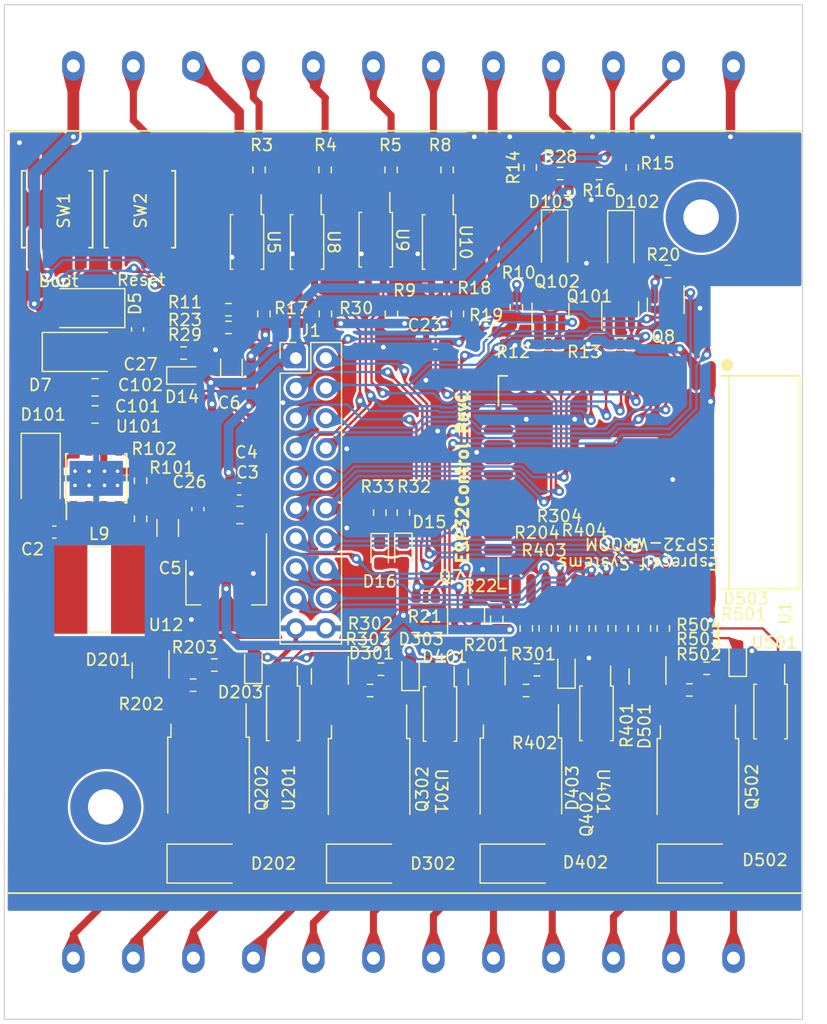
<source format=kicad_pcb>
(kicad_pcb (version 20221018) (generator pcbnew)
  (layers (0 "F.Cu" signal) (31 "B.Cu" signal) (34 "B.Paste" user) (35 "F.Paste" user) (36 "B.SilkS" user "B.Silkscreen") (37 "F.SilkS" user "F.Silkscreen") (38 "B.Mask" user) (39 "F.Mask" user) (44 "Edge.Cuts" user))
  (net 0 "")
  (net 1 "GND")
  (net 2 "+3V3")
  (net 3 "/nReset")
  (net 4 "+24V")
  (net 5 "Net-(R11-Pad1)")
  (net 6 "/OUT1")
  (net 7 "/OUT2")
  (net 8 "/OUT3")
  (net 9 "/OUT4")
  (net 10 "/CH4")
  (net 11 "/CH1")
  (net 12 "/CH2")
  (net 13 "/CH3")
  (net 14 "Net-(D201-A)")
  (net 15 "VD")
  (net 16 "/IN2")
  (net 17 "/IN1")
  (net 18 "Net-(R23-Pad1)")
  (net 19 "/nBoot")
  (net 20 "VCOM")
  (net 21 "Net-(R5-Pad1)")
  (net 22 "/IN3")
  (net 23 "Net-(R4-Pad1)")
  (net 24 "Net-(R3-Pad1)")
  (net 25 "/IN4")
  (net 26 "Net-(R8-Pad1)")
  (net 27 "/IO35")
  (net 28 "/IO34")
  (net 29 "Net-(U101-BOOT)")
  (net 30 "Net-(R201-Pad1)")
  (net 31 "Net-(R14-Pad2)")
  (net 32 "Net-(R15-Pad2)")
  (net 33 "/SCL_EXT")
  (net 34 "/SDA_EXT")
  (net 35 "/SCL")
  (net 36 "/SDA")
  (net 37 "Net-(D301-A)")
  (net 39 "/IO27")
  (net 40 "/IO26")
  (net 41 "/IO25")
  (net 42 "/IO33")
  (net 43 "/IO32")
  (net 44 "/IO39")
  (net 45 "/IO36")
  (net 46 "Net-(R203-Pad1)")
  (net 47 "/DTR")
  (net 48 "/RTS")
  (net 49 "Net-(D401-A)")
  (net 50 "Net-(R301-Pad1)")
  (net 51 "Net-(D501-A)")
  (net 52 "Net-(R303-Pad1)")
  (net 53 "Net-(R401-Pad1)")
  (net 54 "/TXD0")
  (net 55 "/RXD0")
  (net 56 "Net-(D14-K)")
  (net 57 "+5V")
  (net 58 "Net-(D15-K)")
  (net 59 "Net-(D16-K)")
  (net 60 "/dig_output/Vin")
  (net 62 "/sheet5C1F370F/Vin")
  (net 63 "/sheet5C1F9DE2/Vin")
  (net 64 "/sheet5C1F9DE3/Vin")
  (net 65 "Net-(Q7-B)")
  (net 66 "Net-(Q8-B)")
  (net 80 "Net-(U101-VSENSE)")
  (net 86 "Net-(R403-Pad1)")
  (net 87 "Net-(R501-Pad1)")
  (net 88 "Net-(R503-Pad1)")
  (net 89 "/dig_output/GNDA")
  (net 90 "/sheet5C1F370F/GNDA")
  (net 91 "/sheet5C1F9DE2/GNDA")
  (net 92 "/sheet5C1F9DE3/GNDA")
  (net 95 "/PH")
  (net 96 "Net-(D203-A)")
  (net 97 "Net-(D303-A)")
  (net 98 "Net-(D403-A)")
  (net 99 "Net-(D503-A)")
  (footprint "Resistor_SMD:R_0603_1608Metric" (layer "F.Cu") (at 73.089 50.169 90)
    (fp_text reference "R3")
    (fp_text value "1k5")
  )
  (footprint "switches:SMD_Switch_6.5x6" (layer "F.Cu") (at 63 53.5 90)
    (fp_text reference "SW2")
    (fp_text value "Reset")
  )
  (footprint "Resistor_SMD:R_0603_1608Metric" (layer "F.Cu") (at 94.8695 61.7895 -90)
    (fp_text reference "R10")
    (fp_text value "10k")
  )
  (footprint "Resistor_SMD:R_0603_1608Metric" (layer "F.Cu") (at 70.5 62)
    (fp_text reference "R11")
    (fp_text value "100")
  )
  (footprint "Resistor_SMD:R_0603_1608Metric" (layer "F.Cu") (at 104.676 49.972 90)
    (fp_text reference "R15")
    (fp_text value "100")
  )
  (footprint "Resistor_SMD:R_0603_1608Metric" (layer "F.Cu") (at 101.87 50.48 180)
    (fp_text reference "R16")
    (fp_text value "10k")
  )
  (footprint "Capacitor_SMD:C_0603_1608Metric" (layer "F.Cu") (at 62.8085 63.6685 -90)
    (fp_text reference "C27")
    (fp_text value "100n 50V")
  )
  (footprint "Inductor_SMD:L_Ferrocore_DLG-0705" (layer "F.Cu") (at 59.5585 85.6685)
    (fp_text reference "L9")
    (fp_text value "22u")
  )
  (footprint "Capacitor_SMD:C_0603_1608Metric" (layer "F.Cu") (at 67.9085 78.8685 90)
    (fp_text reference "C26")
    (fp_text value "100n 50V")
  )
  (footprint "Resistor_SMD:R_0603_1608Metric" (layer "F.Cu") (at 73.5 62.3545 -90)
    (fp_text reference "R17")
    (fp_text value "10k")
  )
  (footprint "Resistor_SMD:R_0603_1608Metric" (layer "F.Cu") (at 78.7045 62.3545 -90)
    (fp_text reference "R30")
    (fp_text value "10k")
  )
  (footprint "ESP32-footprints-Lib:ESP32-WROOM" (layer "F.Cu") (at 106.1 76.6 90)
    (fp_text reference "U1")
    (fp_text value "ESP32-WROOM")
  )
  (footprint "switches:SMD_Switch_6.5x6" (layer "F.Cu") (at 56 53.5 90)
    (fp_text reference "SW1")
    (fp_text value "Boot")
  )
  (footprint "Resistor_SMD:R_0603_1608Metric" (layer "F.Cu") (at 70.5 63.5)
    (fp_text reference "R23")
    (fp_text value "100")
  )
  (footprint "Resistor_SMD:R_0603_1608Metric" (layer "F.Cu") (at 93.2085 88.1685 -90)
    (fp_text reference "R22")
    (fp_text value "10k")
  )
  (footprint "Package_SO:SOP-4_4.4x2.6mm_P1.27mm" (layer "F.Cu") (at 77.153 56.265 -90)
    (fp_text reference "U8")
    (fp_text value "EL3H7")
  )
  (footprint "Package_SO:SOP-4_4.4x2.6mm_P1.27mm" (layer "F.Cu") (at 72.073 56.265 -90)
    (fp_text reference "U5")
    (fp_text value "EL3H7")
  )
  (footprint "Diode_SMD:D_SMA" (layer "F.Cu") (at 58.2173 61.8657 180)
    (fp_text reference "D5")
    (fp_text value "SS34")
  )
  (footprint "Diode_SMD:D_SMA" (layer "F.Cu") (at 58.2493 65.5741)
    (fp_text reference "D7")
    (fp_text value "SMAJ26CAQ")
  )
  (footprint "Resistor_SMD:R_0603_1608Metric" (layer "F.Cu") (at 89.0085 50.1685 90)
    (fp_text reference "R8")
    (fp_text value "1k5")
  )
  (footprint "Resistor_SMD:R_0603_1608Metric" (layer "F.Cu") (at 84.265 50.169 90)
    (fp_text reference "R5")
    (fp_text value "1k5")
  )
  (footprint "Package_SO:SOP-4_4.4x2.6mm_P1.27mm" (layer "F.Cu") (at 82.966295 56.080521 -90)
    (fp_text reference "U9")
    (fp_text value "EL3H7")
  )
  (footprint "Resistor_SMD:R_0603_1608Metric" (layer "F.Cu") (at 89.8805 62.3545 -90)
    (fp_text reference "R18")
    (fp_text value "10k")
  )
  (footprint "Package_SO:SOP-4_4.4x2.6mm_P1.27mm" (layer "F.Cu") (at 88.329 56.265 -90)
    (fp_text reference "U10")
    (fp_text value "EL3H7")
  )
  (footprint "Resistor_SMD:R_0603_1608Metric" (layer "F.Cu") (at 84.2925 62.3545 -90)
    (fp_text reference "R9")
    (fp_text value "10k")
  )
  (footprint "Resistor_SMD:R_0603_1608Metric" (layer "F.Cu") (at 78.677 50.169 90)
    (fp_text reference "R4")
    (fp_text value "1k5")
  )
  (footprint "Capacitor_SMD:C_0603_1608Metric" (layer "F.Cu") (at 55.7585 80.8185 180)
    (fp_text reference "C2")
    (fp_text value "10n 50V")
  )
  (footprint "Resistor_SMD:R_0603_1608Metric" (layer "F.Cu") (at 98.58 50.48)
    (fp_text reference "R28")
    (fp_text value "10k")
  )
  (footprint "Resistor_SMD:R_0603_1608Metric" (layer "F.Cu") (at 96.04 49.972 90)
    (fp_text reference "R14")
    (fp_text value "100")
  )
  (footprint "Resistor_SMD:R_0603_1608Metric" (layer "F.Cu") (at 103.66 64.8945 180)
    (fp_text reference "R13")
    (fp_text value "10k")
  )
  (footprint "Resistor_SMD:R_0603_1608Metric" (layer "F.Cu") (at 97.564 64.8945 180)
    (fp_text reference "R12")
    (fp_text value "10k")
  )
  (footprint "Package_TO_SOT_SMD:SOT-223-3_TabPin2" (layer "F.Cu") (at 70.3085 85.0685 -90)
    (fp_text reference "U12")
    (fp_text value "AMS1117-3.3")
  )
  (footprint "Capacitor_SMD:C_0805_2012Metric_Pad1.18x1.45mm_HandSolder" (layer "F.Cu") (at 71.471 79.3685)
    (fp_text reference "C3")
    (fp_text value "10u 25V")
  )
  (footprint "Capacitor_SMD:C_0603_1608Metric" (layer "F.Cu") (at 71.4085 77.1685)
    (fp_text reference "C4")
    (fp_text value "100n 50V")
  )
  (footprint "Resistor_SMD:R_0603_1608Metric" (layer "F.Cu") (at 92.393 63.8785 180)
    (fp_text reference "R19")
    (fp_text value "nb")
  )
  (footprint "Resistor_SMD:R_0603_1608Metric" (layer "F.Cu") (at 66.7085 65.6685 180)
    (fp_text reference "R29")
    (fp_text value "1k")
  )
  (footprint "LED_SMD:LED_0603_1608Metric_Pad1.05x0.95mm_HandSolder" (layer "F.Cu") (at 66.9335 67.5685)
    (fp_text reference "D14")
    (fp_text value "red")
  )
  (footprint "cb_hut:CB_HUT_4" (layer "F.Cu") (at 85.3085 79.1185)
    (fp_text reference "U11" hide)
    (fp_text value "HUT4")
  )
  (footprint "Resistor_SMD:R_0603_1608Metric" (layer "F.Cu") (at 107.696 58.7685)
    (fp_text reference "R20")
    (fp_text value "10k")
  )
  (footprint "Package_TO_SOT_SMD:SOT-23" (layer "F.Cu") (at 90.6085 87.7685 90)
    (fp_text reference "Q7")
    (fp_text value "MMBT3904")
  )
  (footprint "Package_TO_SOT_SMD:SOT-23" (layer "F.Cu") (at 107.5085 61.6685 -90)
    (fp_text reference "Q8")
    (fp_text value "MMBT3904")
  )
  (footprint "Capacitor_SMD:C_0603_1608Metric" (layer "F.Cu") (at 88.0115 64.8375 180)
    (fp_text reference "C23")
    (fp_text value "100n 50V")
  )
  (footprint "LED_SMD:LED_0603_1608Metric_Pad1.05x0.95mm_HandSolder" (layer "F.Cu") (at 85.3085 82.5685 -90)
    (fp_text reference "D15")
    (fp_text value "red")
  )
  (footprint "LED_SMD:LED_0603_1608Metric_Pad1.05x0.95mm_HandSolder" (layer "F.Cu") (at 83.3 82.6 -90)
    (fp_text reference "D16")
    (fp_text value "red")
  )
  (footprint "Resistor_SMD:R_0603_1608Metric" (layer "F.Cu") (at 85.3085 79.1685 -90)
    (fp_text reference "R32")
    (fp_text value "1k")
  )
  (footprint "Resistor_SMD:R_0603_1608Metric" (layer "F.Cu") (at 83.3085 79.1685 -90)
    (fp_text reference "R33")
    (fp_text value "1k")
  )
  (footprint "Capacitor_SMD:C_1206_3216Metric" (layer "F.Cu") (at 65.3585 80.4685 90)
    (fp_text reference "C5")
    (fp_text value "47u 10V")
  )
  (footprint "Capacitor_SMD:C_1206_3216Metric" (layer "F.Cu") (at 70.75 66.9 90)
    (fp_text reference "C6")
    (fp_text value "47u 10V")
  )
  (footprint "Connector_PinHeader_2.54mm:PinHeader_2x10_P2.54mm_Vertical" (layer "F.Cu") (at 76.2 66.1)
    (fp_text reference "J1")
    (fp_text value "Conn_02x10_Odd_Even")
  )
  (footprint "Resistor_SMD:R_0603_1608Metric" (layer "F.Cu") (at 87.1987 86.3259)
    (fp_text reference "R21")
    (fp_text value "10k")
  )
  (footprint "Diode_SMD:D_MiniMELF" (layer "F.Cu") (at 98.1085 56.2185 -90)
    (fp_text reference "D103")
    (fp_text value "ZMM5V6-M")
  )
  (footprint "Package_SO:SOP-4_4.4x2.6mm_P1.27mm" (layer "F.Cu") (at 75.1337 96.1561 -90)
    (fp_text reference "U201")
    (fp_text value "EL3H7")
  )
  (footprint "LED_SMD:LED_0603_1608Metric_Pad1.05x0.95mm_HandSolder" (layer "F.Cu") (at 72.6085 91.9685 90)
    (fp_text reference "D203")
    (fp_text value "red")
  )
  (footprint "Package_TO_SOT_SMD:SOT-23" (layer "F.Cu") (at 79.0809 93.0292 -90)
    (fp_text reference "D301")
    (fp_text value "BZX84Cxx")
  )
  (footprint "Resistor_SMD:R_0603_1608Metric" (layer "F.Cu") (at 69.3085 92.0685 180)
    (fp_text reference "R203")
    (fp_text value "1k")
  )
  (footprint "Package_SO:SOP-4_4.4x2.6mm_P1.27mm" (layer "F.Cu") (at 101.6513 96.1557 -90)
    (fp_text reference "U401")
    (fp_text value "EL3H7")
  )
  (footprint "Capacitor_SMD:C_0805_2012Metric" (layer "F.Cu") (at 59.2085 68.5685)
    (fp_text reference "C102")
    (fp_text value "10u 50V")
  )
  (footprint "Package_TO_SOT_SMD:SOT-23" (layer "F.Cu") (at 103.6585 61.9685 90)
    (fp_text reference "Q101")
    (fp_text value "2N7002")
  )
  (footprint "Resistor_SMD:R_0603_1608Metric" (layer "F.Cu") (at 63.0585 79.6935 90)
    (fp_text reference "R101")
    (fp_text value "10k")
  )
  (footprint "Diode_SMD:D_SMA" (layer "F.Cu") (at 95.3085 108.8685)
    (fp_text reference "D402")
    (fp_text value "SS34")
  )
  (footprint "Package_SO:TI_SO-PowerPAD-8_ThermalVias" (layer "F.Cu") (at 59.3085 76.2685 90)
    (fp_text reference "U101")
    (fp_text value "TPS5430DDA")
  )
  (footprint "Package_TO_SOT_SMD:SOT-23" (layer "F.Cu") (at 97.7585 62.106 90)
    (fp_text reference "Q102")
    (fp_text value "2N7002")
  )
  (footprint "Package_TO_SOT_SMD:TO-252-3_TabPin2" (layer "F.Cu") (at 68.8126 101.4822 -90)
    (fp_text reference "Q202")
    (fp_text value "DMP4015SK3")
  )
  (footprint "Package_TO_SOT_SMD:TO-252-3_TabPin2" (layer "F.Cu") (at 95.254 101.5584 -90)
    (fp_text reference "Q402")
    (fp_text value "DMP4015SK3")
  )
  (footprint "Resistor_SMD:R_0603_1608Metric" (layer "F.Cu") (at 100.5085 88.9685 90)
    (fp_text reference "R304")
    (fp_text value "1k")
  )
  (footprint "Diode_SMD:D_SMA" (layer "F.Cu") (at 68.8085 108.8685)
    (fp_text reference "D202")
    (fp_text value "SS34")
  )
  (footprint "Package_SO:SOP-4_4.4x2.6mm_P1.27mm" (layer "F.Cu") (at 88.4085 96.2065 -90)
    (fp_text reference "U301")
    (fp_text value "EL3H7")
  )
  (footprint "Package_TO_SOT_SMD:SOT-23" (layer "F.Cu") (at 63.9069 92.5258 -90)
    (fp_text reference "D201")
    (fp_text value "BZX84Cxx")
  )
  (footprint "Resistor_SMD:R_0603_1608Metric" (layer "F.Cu") (at 109.5131 94.1745)
    (fp_text reference "R502")
    (fp_text value "1k")
  )
  (footprint "Resistor_SMD:R_0603_1608Metric" (layer "F.Cu") (at 110.9731 92.3457 180)
    (fp_text reference "R503")
    (fp_text value "1k")
  )
  (footprint "Resistor_SMD:R_0603_1608Metric" (layer "F.Cu") (at 102.1085 88.9685 90)
    (fp_text reference "R404")
    (fp_text value "1k")
  )
  (footprint "Resistor_SMD:R_0603_1608Metric" (layer "F.Cu") (at 67.5015 93.7681)
    (fp_text reference "R202")
    (fp_text value "1k")
  )
  (footprint "Resistor_SMD:R_0603_1608Metric" (layer "F.Cu") (at 63.0585 76.4685 90)
    (fp_text reference "R102")
    (fp_text value "3k24")
  )
  (footprint "Diode_SMD:D_MiniMELF" (layer "F.Cu") (at 103.7085 56.2685 -90)
    (fp_text reference "D102")
    (fp_text value "ZMM5V6-M")
  )
  (footprint "Package_TO_SOT_SMD:TO-252-3_TabPin2" (layer "F.Cu") (at 82.4026 101.5978 -90)
    (fp_text reference "Q302")
    (fp_text value "DMP4015SK3")
  )
  (footprint "Diode_SMD:D_SMA" (layer "F.Cu") (at 82.3085 108.8685)
    (fp_text reference "D302")
    (fp_text value "SS34")
  )
  (footprint "Resistor_SMD:R_0603_1608Metric" (layer "F.Cu") (at 103.8085 88.9685 90)
    (fp_text reference "R401")
    (fp_text value "1k")
  )
  (footprint "Resistor_SMD:R_0603_1608Metric" (layer "F.Cu") (at 107.3085 88.9685 90)
    (fp_text reference "R504")
    (fp_text value "1k")
  )
  (footprint "LED_SMD:LED_0603_1608Metric_Pad1.05x0.95mm_HandSolder" (layer "F.Cu") (at 85.9085 92.5685 90)
    (fp_text reference "D303")
    (fp_text value "red")
  )
  (footprint "Resistor_SMD:R_0603_1608Metric" (layer "F.Cu") (at 105.7085 88.9685 90)
    (fp_text reference "R501")
    (fp_text value "1k")
  )
  (footprint "Resistor_SMD:R_0603_1608Metric" (layer "F.Cu") (at 82.4875 94.2253)
    (fp_text reference "R302")
    (fp_text value "1k")
  )
  (footprint "Package_SO:SOP-4_4.4x2.6mm_P1.27mm" (layer "F.Cu") (at 116.3833 96.0033 -90)
    (fp_text reference "U501")
    (fp_text value "EL3H7")
  )
  (footprint "Resistor_SMD:R_0603_1608Metric" (layer "F.Cu") (at 98.9085 88.9685 90)
    (fp_text reference "R301")
    (fp_text value "1k")
  )
  (footprint "Package_TO_SOT_SMD:SOT-23" (layer "F.Cu") (at 105.9693 93.0338 -90)
    (fp_text reference "D501")
    (fp_text value "BZX84Cxx")
  )
  (footprint "Resistor_SMD:R_0603_1608Metric" (layer "F.Cu") (at 95.6955 94.2253)
    (fp_text reference "R402")
    (fp_text value "1k")
  )
  (footprint "Resistor_SMD:R_0603_1608Metric" (layer "F.Cu") (at 83.4085 92.4219 180)
    (fp_text reference "R303")
    (fp_text value "1k")
  )
  (footprint "Resistor_SMD:R_0603_1608Metric" (layer "F.Cu") (at 95.7085 88.9685 90)
    (fp_text reference "R201")
    (fp_text value "1k")
  )
  (footprint "LED_SMD:LED_0603_1608Metric_Pad1.05x0.95mm_HandSolder" (layer "F.Cu") (at 113.6085 91.3685 90)
    (fp_text reference "D503")
    (fp_text value "red")
  )
  (footprint "Capacitor_SMD:C_0805_2012Metric" (layer "F.Cu") (at 59.2085 70.8685)
    (fp_text reference "C101")
    (fp_text value "10u 50V")
  )
  (footprint "Resistor_SMD:R_0603_1608Metric" (layer "F.Cu") (at 97.3085 88.9685 90)
    (fp_text reference "R204")
    (fp_text value "1k")
  )
  (footprint "LED_SMD:LED_0603_1608Metric_Pad1.05x0.95mm_HandSolder" (layer "F.Cu") (at 99.1085 92.3685 90)
    (fp_text reference "D403")
    (fp_text value "red")
  )
  (footprint "Diode_SMD:D_SMA" (layer "F.Cu") (at 110.3085 108.8685)
    (fp_text reference "D502")
    (fp_text value "SS34")
  )
  (footprint "Diode_SMD:D_SMA" (layer "F.Cu") (at 54.6085 75.9685 -90)
    (fp_text reference "D101")
    (fp_text value "SS34")
  )
  (footprint "Package_TO_SOT_SMD:TO-252-3_TabPin2" (layer "F.Cu") (at 110.2355 101.6027 -90)
    (fp_text reference "Q502")
    (fp_text value "DMP4015SK3")
  )
  (footprint "Package_TO_SOT_SMD:SOT-23" (layer "F.Cu") (at 92.3549 93.0846 -90)
    (fp_text reference "D401")
    (fp_text value "BZX84Cxx")
  )
  (footprint "Resistor_SMD:R_0603_1608Metric" (layer "F.Cu") (at 96.6085 92.4685 180)
    (fp_text reference "R403")
    (fp_text value "1k")
  )
  (gr_line (start 51.5265 122.0445) (end 119.0905 122.0445) (stroke (width 0.1)) (layer "Edge.Cuts"))
  (gr_line (start 119.0905 36.1925) (end 51.5265 36.1925) (stroke (width 0.1)) (layer "Edge.Cuts"))
  (gr_line (start 119.0905 122.0445) (end 119.0905 36.1925) (stroke (width 0.1)) (layer "Edge.Cuts"))
  (gr_line (start 51.5265 36.1925) (end 51.5265 122.0445) (stroke (width 0.1)) (layer "Edge.Cuts"))
  (gr_text "Reset" (at 63.1085 59.4685) (layer "F.SilkS") (effects (font (size 1 1))))
  (gr_text "Boot" (at 56.1085 59.5685) (layer "F.SilkS") (effects (font (size 1 1))))
  (gr_text "ESP32Control RevC" (at 90.3085 76.1685 90) (layer "F.SilkS") (effects (font (size 1 1) (thickness 0.25) bold)))
  (segment (start 62.6085 65.7685) (end 60.4437 65.7685) (width 0.6) (layer "F.Cu") (net 1))
  (segment (start 71.0845 57.2745) (end 75.9105 57.2745) (width 0.6) (layer "F.Cu") (net 1))
  (segment (start 115.0585 91.1185) (end 115.7483 91.8083) (width 0.2) (layer "F.Cu") (net 1))
  (segment (start 87.2365 64.8375) (end 87.2365 67.9405) (width 0.2) (layer "F.Cu") (net 1))
  (segment (start 81.7525 57.5125) (end 81.7525 57.2745) (width 0.6) (layer "F.Cu") (net 1))
  (segment (start 62.4485 41.3685) (end 62.4485 45.9801) (width 0.6) (layer "F.Cu") (net 1))
  (segment (start 114.7335 91.1185) (end 115.0585 91.1185) (width 0.2) (layer "F.Cu") (net 1))
  (segment (start 103.66 58.068) (end 100.802508 58.068) (width 0.8) (layer "F.Cu") (net 1))
  (segment (start 70.803 57.556) (end 71.0845 57.2745) (width 0.6) (layer "F.Cu") (net 1))
  (segment (start 74.3736 92.8435) (end 74.4987 92.9686) (width 0.2) (layer "F.Cu") (net 1))
  (segment (start 87.694 58.45) (end 87.694 59.4525) (width 0.6) (layer "F.Cu") (net 1))
  (segment (start 63.9577 47.4893) (end 65.4893 47.4893) (width 0.6) (layer "F.Cu") (net 1))
  (segment (start 115.7483 92.8158) (end 115.7483 91.8083) (width 0.4) (layer "F.Cu") (net 1))
  (segment (start 62.8085 65.5685) (end 62.6085 65.7685) (width 0.6) (layer "F.Cu") (net 1))
  (segment (start 82.331295 58.091295) (end 81.7525 57.5125) (width 0.6) (layer "F.Cu") (net 1))
  (segment (start 111.35 83.61) (end 111.3085 83.5685) (width 0.6) (layer "F.Cu") (net 1))
  (segment (start 111.35 88.227) (end 111.3085 88.2685) (width 0.6) (layer "F.Cu") (net 1))
  (segment (start 59.9435 73.5685) (end 59.9435 75.6035) (width 0.6) (layer "F.Cu") (net 1))
  (segment (start 70.75 65.5) (end 69.44 65.5) (width 0.6) (layer "F.Cu") (net 1))
  (segment (start 62.8085 64.4435) (end 62.8085 65.5685) (width 0.6) (layer "F.Cu") (net 1))
  (segment (start 85.9085 93.4435) (end 87.349 93.4435) (width 0.2) (layer "F.Cu") (net 1))
  (segment (start 71.438 58.191) (end 71.438 63.3495) (width 0.6) (layer "F.Cu") (net 1))
  (segment (start 112.9945 41.4955) (end 112.9945 47.3685) (width 0.8) (layer "F.Cu") (net 1))
  (segment (start 59.9435 73.5685) (end 59.9435 72.3035) (width 0.6) (layer "F.Cu") (net 1))
  (segment (start 95.324957 70.885) (end 95.7085 71.268543) (width 0.6) (layer "F.Cu") (net 1))
  (segment (start 108.04 76.3) (end 108.1085 76.3685) (width 0.6) (layer "F.Cu") (net 1))
  (segment (start 59.9435 72.3035) (end 60.1585 72.0885) (width 0.6) (layer "F.Cu") (net 1))
  (segment (start 87.349 93.4435) (end 87.7735 93.019) (width 0.2) (layer "F.Cu") (net 1))
  (segment (start 65.4893 47.4893) (end 68.8345 50.8345) (width 0.6) (layer "F.Cu") (net 1))
  (segment (start 86.5185 57.2745) (end 87.694 58.45) (width 0.6) (layer "F.Cu") (net 1))
  (segment (start 70.803 57.556) (end 71.438 58.191) (width 0.6) (layer "F.Cu") (net 1))
  (segment (start 60.2493 68.4777) (end 60.2493 65.5741) (width 0.6) (layer "F.Cu") (net 1))
  (segment (start 82.331295 59.268021) (end 82.331295 58.091295) (width 0.6) (layer "F.Cu") (net 1))
  (segment (start 87.2365 67.9405) (end 87.2085 67.9685) (width 0.2) (layer "F.Cu") (net 1))
  (segment (start 99.1085 93.2435) (end 100.741 93.2435) (width 0.2) (layer "F.Cu") (net 1))
  (segment (start 98.072 58.068) (end 103.66 58.068) (width 0.8) (layer "F.Cu") (net 1))
  (segment (start 72.6085 92.8435) (end 74.3736 92.8435) (width 0.2) (layer "F.Cu") (net 1))
  (segment (start 68.8345 57.4461) (end 70.6931 57.4461) (width 0.6) (layer "F.Cu") (net 1))
  (segment (start 60.1585 68.5685) (end 60.1585 70.8685) (width 0.6) (layer "F.Cu") (net 1))
  (segment (start 101.0163 92.9682) (end 101.0163 91.4763) (width 0.2) (layer "F.Cu") (net 1))
  (segment (start 103.65 76.3) (end 100.04 76.3) (width 0.6) (layer "F.Cu") (net 1))
  (segment (start 68.8345 50.8345) (end 68.8345 57.4461) (width 0.6) (layer "F.Cu") (net 1))
  (segment (start 113.6085 92.2435) (end 114.7335 91.1185) (width 0.2) (layer "F.Cu") (net 1))
  (segment (start 74.4 91.962081) (end 76.2 90.162081) (width 0.4) (layer "F.Cu") (net 1))
  (segment (start 76.518 59.4525) (end 76.518 57.678) (width 0.6) (layer "F.Cu") (net 1))
  (segment (start 115.7483 91.8083) (end 114.8085 90.8685) (width 0.4) (layer "F.Cu") (net 1))
  (segment (start 76.518 57.678) (end 76.1145 57.2745) (width 0.6) (layer "F.Cu") (net 1))
  (segment (start 111.35 85.6) (end 111.35 88.227) (width 0.6) (layer "F.Cu") (net 1))
  (segment (start 100.04 76.3) (end 99.8085 76.0685) (width 0.6) (layer "F.Cu") (net 1))
  (segment (start 62.4485 45.9801) (end 63.9577 47.4893) (width 0.6) (layer "F.Cu") (net 1))
  (segment (start 87.8085 91.710098) (end 86.966902 90.8685) (width 0.4) (layer "F.Cu") (net 1))
  (segment (start 75.9105 57.2745) (end 81.7525 57.2745) (width 0.6) (layer "F.Cu") (net 1))
  (segment (start 60.1585 68.5685) (end 60.2493 68.4777) (width 0.6) (layer "F.Cu") (net 1))
  (segment (start 87.8085 93.0188) (end 87.8085 91.710098) (width 0.4) (layer "F.Cu") (net 1))
  (segment (start 100.741 93.2435) (end 101.0163 92.9682) (width 0.2) (layer "F.Cu") (net 1))
  (segment (start 76.2 90.162081) (end 76.2 88.96) (width 0.4) (layer "F.Cu") (net 1))
  (segment (start 103.65 76.3) (end 108.04 76.3) (width 0.6) (layer "F.Cu") (net 1))
  (segment (start 111.3085 69.7685) (end 111.3085 67.6415) (width 0.6) (layer "F.Cu") (net 1))
  (segment (start 93.35 70.885) (end 95.324957 70.885) (width 0.6) (layer "F.Cu") (net 1))
  (segment (start 74.4 92.8699) (end 74.4 91.962081) (width 0.4) (layer "F.Cu") (net 1))
  (segment (start 61.1085 75.6685) (end 63.0335 75.6685) (width 0.6) (layer "F.Cu") (net 1))
  (segment (start 81.7525 57.2745) (end 86.5185 57.2745) (width 0.6) (layer "F.Cu") (net 1))
  (segment (start 76.1145 57.2745) (end 75.9105 57.2745) (width 0.6) (layer "F.Cu") (net 1))
  (segment (start 101.0163 91.4763) (end 101.0085 91.4685) (width 0.2) (layer "F.Cu") (net 1))
  (segment (start 60.1585 72.0885) (end 60.1585 70.8685) (width 0.6) (layer "F.Cu") (net 1))
  (segment (start 100.802508 58.068) (end 100.8025 58.067992) (width 0.8) (layer "F.Cu") (net 1))
  (segment (start 71.438 63.3495) (end 71.2875 63.5) (width 0.6) (layer "F.Cu") (net 1))
  (segment (start 99.8085 76.0685) (end 99.8085 71.268543) (width 0.6) (layer "F.Cu") (net 1))
  (segment (start 70.6931 57.4461) (end 70.803 57.556) (width 0.6) (layer "F.Cu") (net 1))
  (segment (start 111.35 85.6) (end 111.35 83.61) (width 0.6) (layer "F.Cu") (net 1))
  (via (at 100.8025 58.067992) (size 0.8) (drill 0.4) (layers "F.Cu" "B.Cu") (net 1))
  (via (at 101.202499 52.7025) (size 0.8) (drill 0.4) (layers "F.Cu" "B.Cu") (net 1))
  (via (at 112.9945 47.3685) (size 0.8) (drill 0.4) (layers "F.Cu" "B.Cu") (net 1))
  (via (at 91.5085 74.0685) (size 0.8) (drill 0.4) (layers "F.Cu" "B.Cu") (net 1))
  (via (at 111.3085 83.5685) (size 0.8) (drill 0.4) (layers "F.Cu" "B.Cu") (net 1))
  (via (at 101.3085 47.3685) (size 0.8) (drill 0.4) (layers "F.Cu" "B.Cu") (net 1))
  (via (at 69.4075 65.396892) (size 0.8) (drill 0.4) (layers "F.Cu" "B.Cu") (net 1))
  (via (at 95.7085 71.268543) (size 0.8) (drill 0.4) (layers "F.Cu" "B.Cu") (net 1))
  (via (at 88.2085 72.2685) (size 0.8) (drill 0.4) (layers "F.Cu" "B.Cu") (net 1))
  (via (at 111.3085 88.2685) (size 0.8) (drill 0.4) (layers "F.Cu" "B.Cu") (net 1))
  (via (at 101.0085 91.4685) (size 0.8) (drill 0.4) (layers "F.Cu" "B.Cu") (net 1))
  (via (at 80.5085 80.4685) (size 0.8) (drill 0.4) (layers "F.Cu" "B.Cu") (net 1))
  (via (at 75.1085 69.8685) (size 0.8) (drill 0.4) (layers "F.Cu" "B.Cu") (net 1))
  (via (at 108.1085 76.3685) (size 0.8) (drill 0.4) (layers "F.Cu" "B.Cu") (net 1))
  (via (at 110.4085 61.8685) (size 0.8) (drill 0.4) (layers "F.Cu" "B.Cu") (net 1))
  (via (at 86.966902 90.8685) (size 0.8) (drill 0.4) (layers "F.Cu" "B.Cu") (net 1))
  (via (at 106.3905 47.3685) (size 0.8) (drill 0.4) (layers "F.Cu" "B.Cu") (net 1))
  (via (at 67.3585 84.3185) (size 0.8) (drill 0.4) (layers "F.Cu" "B.Cu") (net 1))
  (via (at 91.3085 47.3685) (size 0.8) (drill 0.4) (layers "F.Cu" "B.Cu") (net 1))
  (via (at 99.8085 71.268543) (size 0.8) (drill 0.4) (layers "F.Cu" "B.Cu") (net 1))
  (via (at 106.8085 64.279368) (size 0.8) (drill 0.4) (layers "F.Cu" "B.Cu") (net 1))
  (via (at 87.2085 67.9685) (size 0.8) (drill 0.4) (layers "F.Cu" "B.Cu") (net 1))
  (via (at 94.7585 65.0185) (size 0.8) (drill 0.4) (layers "F.Cu" "B.Cu") (net 1))
  (via (at 70.803 57.556) (size 0.8) (drill 0.4) (layers "F.Cu" "B.Cu") (net 1))
  (via (at 80.5085 73.7685) (size 0.8) (drill 0.4) (layers "F.Cu" "B.Cu") (net 1))
  (via (at 67.3585 88.2185) (size 0.8) (drill 0.4) (layers "F.Cu" "B.Cu") (net 1))
  (via (at 86.5185 57.2745) (size 0.8) (drill 0.4) (layers "F.Cu" "B.Cu") (net 1))
  (via (at 81.7525 57.2745) (size 0.8) (drill 0.4) (layers "F.Cu" "B.Cu") (net 1))
  (via (at 87.441763 87.759452) (size 0.8) (drill 0.4) (layers "F.Cu" "B.Cu") (net 1))
  (via (at 94.3085 47.3685) (size 0.8) (drill 0.4) (layers "F.Cu" "B.Cu") (net 1))
  (via (at 83.6085 65.1685) (size 0.8) (drill 0.4) (layers "F.Cu" "B.Cu") (net 1))
  (via (at 72.6085 84.3185) (size 0.8) (drill 0.4) (layers "F.Cu" "B.Cu") (net 1))
  (via (at 52.8085 47.8685) (size 0.8) (drill 0.4) (layers "F.Cu" "B.Cu") (net 1))
  (via (at 114.8085 90.8685) (size 0.8) (drill 0.4) (layers "F.Cu" "B.Cu") (net 1))
  (via (at 92.0085 83.9685) (size 0.8) (drill 0.4) (layers "F.Cu" "B.Cu") (net 1))
  (via (at 111.3085 69.7685) (size 0.8) (drill 0.4) (layers "F.Cu" "B.Cu") (net 1))
  (via (at 101.899582 65.690275) (size 0.8) (drill 0.4) (layers "F.Cu" "B.Cu") (net 1))
  (via (at 75.9105 57.2745) (size 0.8) (drill 0.4) (layers "F.Cu" "B.Cu") (net 1))
  (segment (start 101.202499 52.7025) (end 101.202499 57.667993) (width 0.8) (layer "B.Cu") (net 1))
  (segment (start 106.3905 47.3685) (end 101.202499 52.556501) (width 0.8) (layer "B.Cu") (net 1))
  (segment (start 111.3085 83.5685) (end 111.3085 76.3685) (width 0.6) (layer "B.Cu") (net 1))
  (segment (start 101.202499 57.667993) (end 100.8025 58.067992) (width 0.8) (layer "B.Cu") (net 1))
  (segment (start 68.7985 57.5835) (end 68.826 57.556) (width 0.6) (layer "B.Cu") (net 1))
  (segment (start 68.7985 58.2905) (end 68.7985 57.5835) (width 0.6) (layer "B.Cu") (net 1))
  (segment (start 112.9945 47.3685) (end 106.3905 47.3685) (width 0.8) (layer "B.Cu") (net 1))
  (segment (start 95.7085 71.268543) (end 96.274185 71.268543) (width 0.6) (layer "B.Cu") (net 1))
  (segment (start 68.7985 64.1325) (end 67.834 65.097) (width 0.6) (layer "B.Cu") (net 1))
  (segment (start 68.826 57.556) (end 70.803 57.556) (width 0.6) (layer "B.Cu") (net 1))
  (segment (start 68.7985 58.2905) (end 68.7985 64.1325) (width 0.6) (layer "B.Cu") (net 1))
  (segment (start 96.274185 71.268543) (end 99.8085 71.268543) (width 0.6) (layer "B.Cu") (net 1))
  (segment (start 111.3085 76.3685) (end 111.3085 69.7685) (width 0.6) (layer "B.Cu") (net 1))
  (segment (start 108.1085 76.3685) (end 111.3085 76.3685) (width 0.6) (layer "B.Cu") (net 1))
  (segment (start 111.3085 90.5685) (end 111.3085 88.2685) (width 0.4) (layer "B.Cu") (net 1))
  (segment (start 111.6085 90.8685) (end 111.3085 90.5685) (width 0.4) (layer "B.Cu") (net 1))
  (segment (start 101.202499 52.556501) (end 101.202499 52.7025) (width 0.8) (layer "B.Cu") (net 1))
  (segment (start 114.8085 90.8685) (end 111.6085 90.8685) (width 0.4) (layer "B.Cu") (net 1))
  (segment (start 70.3085 88.2185) (end 70.3085 85.6185) (width 0.8) (layer "F.Cu") (net 2))
  (segment (start 110.08 67.6) (end 110.08 66.69) (width 0.6) (layer "F.Cu") (net 2))
  (segment (start 101.444928 64.444246) (end 102.384746 64.444246) (width 0.8) (layer "F.Cu") (net 2))
  (segment (start 92.865 41.305) (end 92.865 62.1005) (width 0.8) (layer "F.Cu") (net 2))
  (segment (start 91.0845 62.1005) (end 92.865 62.1005) (width 0.8) (layer "F.Cu") (net 2))
  (segment (start 70.4335 79.3685) (end 70.4335 77.3685) (width 0.8) (layer "F.Cu") (net 2))
  (segment (start 96.614 62.656) (end 94.521 62.656) (width 0.8) (layer "F.Cu") (net 2))
  (segment (start 96.7765 64.8945) (end 96.7765 62.8185) (width 0.8) (layer "F.Cu") (net 2))
  (segment (start 93.2085 88.9935) (end 93.1335 89.0685) (width 0.8) (layer "F.Cu") (net 2))
  (segment (start 73.5 63.142) (end 78.7045 63.142) (width 0.8) (layer "F.Cu") (net 2))
  (segment (start 110.08 66.69) (end 108.7085 65.3185) (width 0.6) (layer "F.Cu") (net 2))
  (segment (start 93.2085 88.9935) (end 94.23351 88.9935) (width 0.8) (layer "F.Cu") (net 2))
  (segment (start 102.8725 64.8945) (end 102.7085 64.7305) (width 0.6) (layer "F.Cu") (net 2))
  (segment (start 73.6245 63.1045) (end 73.6245 64.1325) (width 0.8) (layer "F.Cu") (net 2))
  (segment (start 89.8805 63.1045) (end 90.0805 63.1045) (width 0.8) (layer "F.Cu") (net 2))
  (segment (start 85.3085 83.4435) (end 85.3085 87.8685) (width 0.8) (layer "F.Cu") (net 2))
  (segment (start 72.41649 65.910516) (end 72.41649 69.96051) (width 0.8) (layer "F.Cu") (net 2))
  (segment (start 90.0805 63.1045) (end 91.0845 62.1005) (width 0.8) (layer "F.Cu") (net 2))
  (segment (start 83.3 83.475) (end 85.277 83.475) (width 0.8) (layer "F.Cu") (net 2))
  (segment (start 79.982 63.142) (end 80.0085 63.1685) (width 0.8) (layer "F.Cu") (net 2))
  (segment (start 94.521 62.656) (end 93.4205 62.656) (width 0.8) (layer "F.Cu") (net 2))
  (segment (start 96.7765 62.8185) (end 96.614 62.656) (width 0.8) (layer "F.Cu") (net 2))
  (segment (start 93.4205 62.656) (end 92.865 62.1005) (width 0.8) (layer "F.Cu") (net 2))
  (segment (start 78.7045 63.142) (end 79.982 63.142) (width 0.8) (layer "F.Cu") (net 2))
  (segment (start 72.41649 69.96051) (end 72.2085 70.1685) (width 0.8) (layer "F.Cu") (net 2))
  (segment (start 96.739 64.8945) (end 95.8825 64.8945) (width 0.8) (layer "F.Cu") (net 2))
  (segment (start 70.3085 88.2185) (end 70.3085 81.9185) (width 0.8) (layer "F.Cu") (net 2))
  (segment (start 70.6335 77.1685) (end 70.6335 75.8935) (width 0.8) (layer "F.Cu") (net 2))
  (segment (start 102.7085 64.7305) (end 102.7085 62.9825) (width 0.6) (layer "F.Cu") (net 2))
  (segment (start 70.4335 77.3685) (end 70.6335 77.1685) (width 0.8) (layer "F.Cu") (net 2))
  (segment (start 95.8825 64.8945) (end 95.8585 64.9185) (width 0.8) (layer "F.Cu") (net 2))
  (segment (start 70.3085 81.9185) (end 70.3085 79.4935) (width 0.8) (layer "F.Cu") (net 2))
  (segment (start 94.521 63.356) (end 94.521 62.656) (width 0.8) (layer "F.Cu") (net 2))
  (segment (start 89.8805 63.142) (end 88.735 63.142) (width 0.8) (layer "F.Cu") (net 2))
  (segment (start 85.4085 63.1685) (end 84.319 63.1685) (width 0.8) (layer "F.Cu") (net 2))
  (segment (start 100.964587 64.924587) (end 101.444928 64.444246) (width 0.8) (layer "F.Cu") (net 2))
  (segment (start 70.6335 75.8935) (end 70.5085 75.7685) (width 0.8) (layer "F.Cu") (net 2))
  (segment (start 93.1805 63.8785) (end 93.9985 63.8785) (width 0.8) (layer "F.Cu") (net 2))
  (segment (start 93.9985 63.8785) (end 94.521 63.356) (width 0.8) (layer "F.Cu") (net 2))
  (segment (start 94.23351 88.9935) (end 94.3085 89.06849) (width 0.8) (layer "F.Cu") (net 2))
  (segment (start 102.384746 64.444246) (end 102.835 64.8945) (width 0.8) (layer "F.Cu") (net 2))
  (via (at 70.5085 75.7685) (size 0.8) (drill 0.4) (layers "F.Cu" "B.Cu") (net 2))
  (via (at 72.41649 65.910516) (size 0.8) (drill 0.4) (layers "F.Cu" "B.Cu") (net 2))
  (via (at 88.735 63.142) (size 0.8) (drill 0.4) (layers "F.Cu" "B.Cu") (net 2))
  (via (at 94.3085 89.06849) (size 0.8) (drill 0.4) (layers "F.Cu" "B.Cu") (net 2))
  (via (at 73.6245 64.1325) (size 0.8) (drill 0.4) (layers "F.Cu" "B.Cu") (net 2))
  (via (at 85.4085 63.1685) (size 0.8) (drill 0.4) (layers "F.Cu" "B.Cu") (net 2))
  (via (at 100.964587 64.924587) (size 0.8) (drill 0.4) (layers "F.Cu" "B.Cu") (net 2))
  (via (at 70.3085 85.6185) (size 0.8) (drill 0.4) (layers "F.Cu" "B.Cu") (net 2))
  (via (at 72.2085 70.1685) (size 0.8) (drill 0.4) (layers "F.Cu" "B.Cu") (net 2))
  (via (at 80.0085 63.1685) (size 0.8) (drill 0.4) (layers "F.Cu" "B.Cu") (net 2))
  (via (at 85.3085 87.8685) (size 0.8) (drill 0.4) (layers "F.Cu" "B.Cu") (net 2))
  (via (at 108.7085 65.3185) (size 0.8) (drill 0.4) (layers "F.Cu" "B.Cu") (net 2))
  (via (at 95.8585 64.9185) (size 0.8) (drill 0.4) (layers "F.Cu" "B.Cu") (net 2))
  (segment (start 73.6245 64.702506) (end 72.41649 65.910516) (width 0.8) (layer "B.Cu") (net 2))
  (segment (start 101.50706 64.594246) (end 102.211224 64.594246) (width 0.8) (layer "B.Cu") (net 2))
  (segment (start 104.9585 64.9185) (end 105.3585 65.3185) (width 0.8) (layer "B.Cu") (net 2))
  (segment (start 71.35 90.41) (end 82.767 90.41) (width 0.8) (layer "B.Cu") (net 2))
  (segment (start 100.964587 64.924587) (end 101.176719 64.924587) (width 0.8) (layer "B.Cu") (net 2))
  (segment (start 70.3085 85.6185) (end 70.3085 89.3685) (width 0.8) (layer "B.Cu") (net 2))
  (segment (start 105.3585 65.3185) (end 108.7085 65.3185) (width 0.8) (layer "B.Cu") (net 2))
  (segment (start 102.535478 64.9185) (end 104.9585 64.9185) (width 0.8) (layer "B.Cu") (net 2))
  (segment (start 94.3085 89.06849) (end 94.30849 89.0685) (width 0.8) (layer "B.Cu") (net 2))
  (segment (start 86.5085 89.0685) (end 85.3085 87.8685) (width 0.8) (layer "B.Cu") (net 2))
  (segment (start 70.3085 89.3685) (end 71.35 90.41) (width 0.8) (layer "B.Cu") (net 2))
  (segment (start 82.767 90.41) (end 85.3085 87.8685) (width 0.8) (layer "B.Cu") (net 2))
  (segment (start 101.176719 64.924587) (end 101.50706 64.594246) (width 0.8) (layer "B.Cu") (net 2))
  (segment (start 88.7085 63.1685) (end 88.735 63.142) (width 0.8) (layer "B.Cu") (net 2))
  (segment (start 80.0085 63.1685) (end 85.4085 63.1685) (width 0.8) (layer "B.Cu") (net 2))
  (segment (start 85.4085 63.1685) (end 88.7085 63.1685) (width 0.8) (layer "B.Cu") (net 2))
  (segment (start 70.5085 71.8685) (end 70.5085 75.7685) (width 0.8) (layer "B.Cu") (net 2))
  (segment (start 102.211224 64.594246) (end 102.535478 64.9185) (width 0.8) (layer "B.Cu") (net 2))
  (segment (start 73.6245 64.1325) (end 73.6245 64.702506) (width 0.8) (layer "B.Cu") (net 2))
  (segment (start 72.2085 70.1685) (end 70.5085 71.8685) (width 0.8) (layer "B.Cu") (net 2))
  (segment (start 95.8585 64.9185) (end 100.9585 64.9185) (width 0.8) (layer "B.Cu") (net 2))
  (segment (start 100.9585 64.9185) (end 100.964587 64.924587) (width 0.8) (layer "B.Cu") (net 2))
  (segment (start 94.30849 89.0685) (end 86.5085 89.0685) (width 0.8) (layer "B.Cu") (net 2))
  (segment (start 108.81 66.40995) (end 107.5085 65.10845) (width 0.2) (layer "F.Cu") (net 3))
  (segment (start 64.846814 59.2) (end 68.975 63.328186) (width 0.2) (layer "F.Cu") (net 3))
  (segment (start 107.5085 62.6685) (end 106.0085 62.6685) (width 0.2) (layer "F.Cu") (net 3))
  (segment (start 69.530368 64.537475) (end 73.039525 64.537475) (width 0.2) (layer "F.Cu") (net 3))
  (segment (start 94.9085 59.8685) (end 94.9085 60.9255) (width 0.2) (layer "F.Cu") (net 3))
  (segment (start 108.81 67.6) (end 108.81 66.40995) (width 0.2) (layer "F.Cu") (net 3))
  (segment (start 106.0085 62.6685) (end 105.9085 62.7685) (width 0.2) (layer "F.Cu") (net 3))
  (segment (start 73.33455 64.8325) (end 80.2445 64.8325) (width 0.2) (layer "F.Cu") (net 3))
  (segment (start 61 58.76) (end 61.44 59.2) (width 0.2) (layer "F.Cu") (net 3))
  (segment (start 90.0085 64.7685) (end 88.8555 64.7685) (width 0.2) (layer "F.Cu") (net 3))
  (segment (start 80.2445 64.8325) (end 80.6085 64.4685) (width 0.2) (layer "F.Cu") (net 3))
  (segment (start 91.682145 63.8785) (end 92.292002 63.268643) (width 0.2) (layer "F.Cu") (net 3))
  (segment (start 107.5085 65.10845) (end 107.5085 62.6685) (width 0.2) (layer "F.Cu") (net 3))
  (segment (start 73.039525 64.537475) (end 73.33455 64.8325) (width 0.2) (layer "F.Cu") (net 3))
  (segment (start 61.44 59.2) (end 64.846814 59.2) (width 0.2) (layer "F.Cu") (net 3))
  (segment (start 68.975 63.982107) (end 69.530368 64.537475) (width 0.2) (layer "F.Cu") (net 3))
  (segment (start 68.975 63.328186) (end 68.975 63.982107) (width 0.2) (layer "F.Cu") (net 3))
  (segment (start 90.8985 63.8785) (end 90.0085 64.7685) (width 0.2) (layer "F.Cu") (net 3))
  (segment (start 91.568 63.8785) (end 90.8985 63.8785) (width 0.2) (layer "F.Cu") (net 3))
  (segment (start 61 56.9) (end 61 58.76) (width 0.2) (layer "F.Cu") (net 3))
  (segment (start 61 50.1) (end 61 56.9) (width 0.2) (layer "F.Cu") (net 3))
  (via (at 105.9085 62.7685) (size 0.8) (drill 0.4) (layers "F.Cu" "B.Cu") (net 3))
  (via (at 94.9085 59.8685) (size 0.8) (drill 0.4) (layers "F.Cu" "B.Cu") (net 3))
  (via (at 90.0085 64.7685) (size 0.8) (drill 0.4) (layers "F.Cu" "B.Cu") (net 3))
  (via (at 80.6085 64.4685) (size 0.8) (drill 0.4) (layers "F.Cu" "B.Cu") (net 3))
  (via (at 92.292002 63.268643) (size 0.8) (drill 0.4) (layers "F.Cu" "B.Cu") (net 3))
  (segment (start 101.0085 62.9685) (end 100.4085 62.3685) (width 0.2) (layer "B.Cu") (net 3))
  (segment (start 92.292002 63.268643) (end 93.392145 62.1685) (width 0.2) (layer "B.Cu") (net 3))
  (segment (start 100.4085 62.3685) (end 95.3085 62.3685) (width 0.2) (layer "B.Cu") (net 3))
  (segment (start 95.3085 62.3685) (end 94.9085 61.9685) (width 0.2) (layer "B.Cu") (net 3))
  (segment (start 89.7085 64.4685) (end 90.0085 64.7685) (width 0.2) (layer "B.Cu") (net 3))
  (segment (start 80.6085 64.4685) (end 89.7085 64.4685) (width 0.2) (layer "B.Cu") (net 3))
  (segment (start 105.7085 62.9685) (end 101.0085 62.9685) (width 0.2) (layer "B.Cu") (net 3))
  (segment (start 105.9085 62.7685) (end 105.7085 62.9685) (width 0.2) (layer "B.Cu") (net 3))
  (segment (start 93.392145 62.1685) (end 94.7085 62.1685) (width 0.2) (layer "B.Cu") (net 3))
  (segment (start 94.9085 61.9685) (end 94.9085 59.8685) (width 0.2) (layer "B.Cu") (net 3))
  (segment (start 94.7085 62.1685) (end 94.9085 61.9685) (width 0.2) (layer "B.Cu") (net 3))
  (segment (start 58.3085 66.8685) (end 58.2585 66.9185) (width 0.6) (layer "F.Cu") (net 4))
  (segment (start 58.2585 68.5685) (end 58.2585 70.8685) (width 0.6) (layer "F.Cu") (net 4))
  (segment (start 58.2585 66.9185) (end 58.2585 68.5685) (width 0.6) (layer "F.Cu") (net 4))
  (segment (start 62.5085 61.7685) (end 60.3145 61.7685) (width 0.6) (layer "F.Cu") (net 4))
  (segment (start 62.8085 62.8935) (end 62.8085 62.0685) (width 0.6) (layer "F.Cu") (net 4))
  (segment (start 62.8085 62.0685) (end 62.5085 61.7685) (width 0.6) (layer "F.Cu") (net 4))
  (segment (start 60.2173 61.8657) (end 58.9113 61.8657) (width 0.6) (layer "F.Cu") (net 4))
  (segment (start 58.6735 73.5685) (end 58.6735 72.1335) (width 0.6) (layer "F.Cu") (net 4))
  (segment (start 58.9113 61.8657) (end 58.3085 62.4685) (width 0.6) (layer "F.Cu") (net 4))
  (segment (start 58.2585 71.7185) (end 58.2585 70.8685) (width 0.6) (layer "F.Cu") (net 4))
  (segment (start 58.3085 62.4685) (end 58.3085 66.8685) (width 0.6) (layer "F.Cu") (net 4))
  (segment (start 58.6735 72.1335) (end 58.2585 71.7185) (width 0.6) (layer "F.Cu") (net 4))
  (segment (start 65 58) (end 69 62) (width 0.2) (layer "F.Cu") (net 5))
  (segment (start 65 50.1) (end 65 56.9) (width 0.2) (layer "F.Cu") (net 5))
  (segment (start 69 62) (end 69.7125 62) (width 0.2) (layer "F.Cu") (net 5))
  (segment (start 62.4485 115.4957) (end 66.8665 111.0777) (width 0.6) (layer "F.Cu") (net 6))
  (segment (start 66.8665 111.0777) (end 66.8665 108.5001) (width 0.6) (layer "F.Cu") (net 6))
  (segment (start 62.4485 116.8685) (end 62.4485 115.4957) (width 0.6) (layer "F.Cu") (net 6))
  (segment (start 66.8665 108.5001) (end 66.8665 104.6883) (width 0.6) (layer "F.Cu") (net 6))
  (segment (start 68.8126 96.4422) (end 68.8126 102.7422) (width 1) (layer "F.Cu") (net 6))
  (segment (start 82.4026 96.5578) (end 82.4026 102.8578) (width 1) (layer "F.Cu") (net 7))
  (segment (start 77.6885 116.8685) (end 77.6885 113.8701) (width 0.6) (layer "F.Cu") (net 7))
  (segment (start 77.6885 113.8701) (end 79.9597 111.5989) (width 0.6) (layer "F.Cu") (net 7))
  (segment (start 79.9597 111.5989) (end 79.9597 108.8689) (width 0.6) (layer "F.Cu") (net 7))
  (segment (start 80.4301 108.3985) (end 80.4301 104.8303) (width 0.6) (layer "F.Cu") (net 7))
  (segment (start 95.254 96.5184) (end 95.254 102.8184) (width 1) (layer "F.Cu") (net 8))
  (segment (start 92.9285 116.8685) (end 92.9285 108.6509) (width 0.6) (layer "F.Cu") (net 8))
  (segment (start 93.2825 108.2969) (end 93.2825 104.7899) (width 0.6) (layer "F.Cu") (net 8))
  (segment (start 110.2355 96.5627) (end 110.2355 99.6627) (width 1) (layer "F.Cu") (net 9))
  (segment (start 108.264 108.392) (end 108.264 104.8342) (width 0.6) (layer "F.Cu") (net 9))
  (segment (start 108.1685 116.8685) (end 108.1685 108.4875) (width 0.6) (layer "F.Cu") (net 9))
  (segment (start 110.2355 99.6627) (end 108.7105 101.1877) (width 1) (layer "F.Cu") (net 9))
  (segment (start 102.46 86.25) (end 103.6535 87.4435) (width 0.2) (layer "F.Cu") (net 10))
  (segment (start 107.3085 88.1435) (end 105.7085 88.1435) (width 0.2) (layer "F.Cu") (net 10))
  (segment (start 103.6535 87.4435) (end 105.0085 87.4435) (width 0.2) (layer "F.Cu") (net 10))
  (segment (start 102.4895 83.8875) (end 102.4895 85.5705) (width 0.2) (layer "F.Cu") (net 10))
  (segment (start 102.46 85.6) (end 102.46 86.25) (width 0.2) (layer "F.Cu") (net 10))
  (segment (start 105.0085 87.4435) (end 105.7085 88.1435) (width 0.2) (layer "F.Cu") (net 10))
  (via (at 102.4895 83.8875) (size 0.8) (drill 0.4) (layers "F.Cu" "B.Cu") (net 10))
  (segment (start 85.975619 86.55062) (end 95.32638 86.55062) (width 0.2) (layer "B.Cu") (net 10))
  (segment (start 101.82845 83.6335) (end 102.2355 83.6335) (width 0.2) (layer "B.Cu") (net 10))
  (segment (start 98.6605 84.6685) (end 100.0145 83.3145) (width 0.2) (layer "B.Cu") (net 10))
  (segment (start 85.844999 86.42) (end 85.975619 86.55062) (width 0.2) (layer "B.Cu") (net 10))
  (segment (start 100.0145 83.3145) (end 101.50945 83.3145) (width 0.2) (layer "B.Cu") (net 10))
  (segment (start 101.50945 83.3145) (end 101.82845 83.6335) (width 0.2) (layer "B.Cu") (net 10))
  (segment (start 97.2085 84.6685) (end 98.6605 84.6685) (width 0.2) (layer "B.Cu") (net 10))
  (segment (start 78.74 86.42) (end 85.844999 86.42) (width 0.2) (layer "B.Cu") (net 10))
  (segment (start 95.32638 86.55062) (end 97.2085 84.6685) (width 0.2) (layer "B.Cu") (net 10))
  (segment (start 102.2355 83.6335) (end 102.4895 83.8875) (width 0.2) (layer "B.Cu") (net 10))
  (segment (start 97.38 88.072) (end 97.3085 88.1435) (width 0.2) (layer "F.Cu") (net 11))
  (segment (start 97.38 85.6) (end 97.38 83.929995) (width 0.2) (layer "F.Cu") (net 11))
  (segment (start 97.38 83.929995) (end 97.262012 83.812007) (width 0.2) (layer "F.Cu") (net 11))
  (segment (start 97.38 85.6) (end 97.38 88.072) (width 0.2) (layer "F.Cu") (net 11))
  (segment (start 97.3085 88.1435) (end 95.7085 88.1435) (width 0.2) (layer "F.Cu") (net 11))
  (via (at 97.262012 83.812007) (size 0.8) (drill 0.4) (layers "F.Cu" "B.Cu") (net 11))
  (segment (start 95.01938 86.15062) (end 97.262012 83.907988) (width 0.2) (layer "B.Cu") (net 11))
  (segment (start 76.2 83.88) (end 77.59 85.27) (width 0.2) (layer "B.Cu") (net 11))
  (segment (start 85.260685 85.27) (end 86.141305 86.15062) (width 0.2) (layer "B.Cu") (net 11))
  (segment (start 77.59 85.27) (end 85.260685 85.27) (width 0.2) (layer "B.Cu") (net 11))
  (segment (start 97.262012 83.907988) (end 97.262012 83.812007) (width 0.2) (layer "B.Cu") (net 11))
  (segment (start 86.141305 86.15062) (end 95.01938 86.15062) (width 0.2) (layer "B.Cu") (net 11))
  (segment (start 98.65 85.6) (end 98.65 88.1212) (width 0.2) (layer "F.Cu") (net 12))
  (segment (start 98.9085 88.1435) (end 100.5085 88.1435) (width 0.2) (layer "F.Cu") (net 12))
  (segment (start 98.65 83.947087) (end 98.506413 83.8035) (width 0.2) (layer "F.Cu") (net 12))
  (segment (start 98.65 85.6) (end 98.65 83.947087) (width 0.2) (layer "F.Cu") (net 12))
  (via (at 98.506413 83.8035) (size 0.8) (drill 0.4) (layers "F.Cu" "B.Cu") (net 12))
  (segment (start 95.348568 84.735501) (end 96.972062 83.112007) (width 0.2) (layer "B.Cu") (net 12))
  (segment (start 89.706509 84.75062) (end 89.721628 84.735501) (width 0.2) (layer "B.Cu") (net 12))
  (segment (start 89.721628 84.735501) (end 95.348568 84.735501) (width 0.2) (layer "B.Cu") (net 12))
  (segment (start 97.81492 83.112007) (end 98.506413 83.8035) (width 0.2) (layer "B.Cu") (net 12))
  (segment (start 96.972062 83.112007) (end 97.81492 83.112007) (width 0.2) (layer "B.Cu") (net 12))
  (segment (start 79.61062 84.75062) (end 89.706509 84.75062) (width 0.2) (layer "B.Cu") (net 12))
  (segment (start 78.74 83.88) (end 79.61062 84.75062) (width 0.2) (layer "B.Cu") (net 12))
  (segment (start 102.1085 88.1435) (end 103.8085 88.1435) (width 0.2) (layer "F.Cu") (net 13))
  (segment (start 101.19 85.6) (end 101.19 86.55) (width 0.2) (layer "F.Cu") (net 13))
  (segment (start 101.2195 84.0145) (end 101.2195 85.5705) (width 0.2) (layer "F.Cu") (net 13))
  (segment (start 101.19 86.55) (end 102.1085 87.4685) (width 0.2) (layer "F.Cu") (net 13))
  (segment (start 102.1085 87.4685) (end 102.1085 88.1435) (width 0.2) (layer "F.Cu") (net 13))
  (via (at 101.2195 84.0145) (size 0.8) (drill 0.4) (layers "F.Cu" "B.Cu") (net 13))
  (segment (start 95.503458 86.939227) (end 95.537773 86.939227) (width 0.2) (layer "B.Cu") (net 13))
  (segment (start 79.376 87.57) (end 79.99538 86.95062) (width 0.2) (layer "B.Cu") (net 13))
  (segment (start 95.537773 86.939227) (end 97.4015 85.0755) (width 0.2) (layer "B.Cu") (net 13))
  (segment (start 101.0925 84.1415) (end 101.2195 84.0145) (width 0.2) (layer "B.Cu") (net 13))
  (segment (start 77.35 87.57) (end 79.376 87.57) (width 0.2) (layer "B.Cu") (net 13))
  (segment (start 76.2 86.42) (end 77.35 87.57) (width 0.2) (layer "B.Cu") (net 13))
  (segment (start 99.0155 85.0755) (end 99.9495 84.1415) (width 0.2) (layer "B.Cu") (net 13))
  (segment (start 95.492066 86.95062) (end 95.503458 86.939227) (width 0.2) (layer "B.Cu") (net 13))
  (segment (start 99.9495 84.1415) (end 101.0925 84.1415) (width 0.2) (layer "B.Cu") (net 13))
  (segment (start 79.99538 86.95062) (end 95.492066 86.95062) (width 0.2) (layer "B.Cu") (net 13))
  (segment (start 97.4015 85.0755) (end 99.0155 85.0755) (width 0.2) (layer "B.Cu") (net 13))
  (segment (start 68.4835 93.6111) (end 68.3265 93.7681) (width 0.2) (layer "F.Cu") (net 14))
  (segment (start 71.0926 96.4422) (end 71.0926 94.4526) (width 0.2) (layer "F.Cu") (net 14))
  (segment (start 68.4835 92.0685) (end 65.3371 92.0685) (width 0.2) (layer "F.Cu") (net 14))
  (segment (start 68.8585 92.0685) (end 68.4835 92.0685) (width 0.2) (layer "F.Cu") (net 14))
  (segment (start 71.0926 94.4526) (end 70.4081 93.7681) (width 0.2) (layer "F.Cu") (net 14))
  (segment (start 68.4835 92.0685) (end 68.4835 93.6111) (width 0.2) (layer "F.Cu") (net 14))
  (segment (start 70.4081 93.7681) (end 68.3265 93.7681) (width 0.2) (layer "F.Cu") (net 14))
  (segment (start 65.3371 92.0685) (end 64.8569 91.5883) (width 0.2) (layer "F.Cu") (net 14))
  (segment (start 56.2173 61.8657) (end 54.4322 61.8657) (width 0.6) (layer "F.Cu") (net 15))
  (segment (start 56.2493 65.5741) (end 56.2493 61.8977) (width 0.6) (layer "F.Cu") (net 15))
  (segment (start 57.3685 41.3685) (end 57.3685 47.368494) (width 1) (layer "F.Cu") (net 15))
  (segment (start 54.4322 61.8657) (end 54.0665 61.5) (width 0.6) (layer "F.Cu") (net 15))
  (via (at 54.0665 61.5) (size 0.8) (drill 0.4) (layers "F.Cu" "B.Cu") (net 15))
  (via (at 57.3685 47.368494) (size 0.8) (drill 0.4) (layers "F.Cu" "B.Cu") (net 15))
  (segment (start 54.0665 50.4335) (end 57.131506 47.368494) (width 1) (layer "B.Cu") (net 15))
  (segment (start 54.0665 61.5) (end 54.0665 50.4335) (width 1) (layer "B.Cu") (net 15))
  (segment (start 57.131506 47.368494) (end 57.3685 47.368494) (width 1) (layer "B.Cu") (net 15))
  (segment (start 78.7045 44.0845) (end 78.677 44.112) (width 0.6) (layer "F.Cu") (net 16))
  (segment (start 78.677 44.112) (end 78.677 49.419) (width 0.6) (layer "F.Cu") (net 16))
  (segment (start 77.6885 41.3685) (end 77.6885 43.0685) (width 0.6) (layer "F.Cu") (net 16))
  (segment (start 77.6885 43.0685) (end 78.7045 44.0845) (width 0.6) (layer "F.Cu") (net 16))
  (segment (start 72.6085 44.0665) (end 72.6085 41.3685) (width 0.6) (layer "F.Cu") (net 17))
  (segment (start 73.089 44.547) (end 73.089 49.419) (width 0.6) (layer "F.Cu") (net 17))
  (segment (start 72.6085 44.0665) (end 73.089 44.547) (width 0.6) (layer "F.Cu") (net 17))
  (segment (start 56.5 59.5) (end 57.2 59.5) (width 0.2) (layer "F.Cu") (net 18))
  (segment (start 58 58.7) (end 58 56.9) (width 0.2) (layer "F.Cu") (net 18))
  (segment (start 69.7125 63.5) (end 65.0125 58.8) (width 0.2) (layer "F.Cu") (net 18))
  (segment (start 62.80034 58.8) (end 62.50034 58.5) (width 0.2) (layer "F.Cu") (net 18))
  (segment (start 57.2 59.5) (end 58 58.7) (width 0.2) (layer "F.Cu") (net 18))
  (segment (start 65.0125 58.8) (end 62.80034 58.8) (width 0.2) (layer "F.Cu") (net 18))
  (segment (start 58 50.1) (end 58 56.9) (width 0.2) (layer "F.Cu") (net 18))
  (via (at 62.50034 58.5) (size 0.8) (drill 0.4) (layers "F.Cu" "B.Cu") (net 18))
  (via (at 56.5 59.5) (size 0.8) (drill 0.4) (layers "F.Cu" "B.Cu") (net 18))
  (segment (start 57 58.7) (end 62.30034 58.7) (width 0.2) (layer "B.Cu") (net 18))
  (segment (start 62.30034 58.7) (end 62.50034 58.5) (width 0.2) (layer "B.Cu") (net 18))
  (segment (start 56.5 59.2) (end 57 58.7) (width 0.2) (layer "B.Cu") (net 18))
  (segment (start 56.5 59.5) (end 56.5 59.2) (width 0.2) (layer "B.Cu") (net 18))
  (segment (start 90.6085 86.7685) (end 92.296 86.7685) (width 0.2) (layer "F.Cu") (net 19))
  (segment (start 66.7085 61.7185) (end 64.900939 59.910939) (width 0.2) (layer "F.Cu") (net 19))
  (segment (start 94.84 85.6) (end 94.84 87.637) (width 0.2) (layer "F.Cu") (net 19))
  (segment (start 64.900939 59.910939) (end 64.260988 59.910939) (width 0.2) (layer "F.Cu") (net 19))
  (segment (start 94.496 87.981) (end 93.5085 87.981) (width 0.2) (layer "F.Cu") (net 19))
  (segment (start 90.711578 86.665422) (end 90.711578 83.971601) (width 0.2) (layer "F.Cu") (net 19))
  (segment (start 66.9585 68.3185) (end 66.9585 66.7685) (width 0.2) (layer "F.Cu") (net 19))
  (segment (start 80.908501 82.668501) (end 75.208499 82.668501) (width 0.2) (layer "F.Cu") (net 19))
  (segment (start 94.84 87.637) (end 94.496 87.981) (width 0.2) (layer "F.Cu") (net 19))
  (segment (start 55.1 59.1) (end 55.1665 59.1) (width 0.2) (layer "F.Cu") (net 19))
  (segment (start 54 58) (end 55.1 59.1) (width 0.2) (layer "F.Cu") (net 19))
  (segment (start 75.208499 82.668501) (end 74.4085 81.868502) (width 0.2) (layer "F.Cu") (net 19))
  (segment (start 74.4085 73.819972) (end 69.457028 68.8685) (width 0.2) (layer "F.Cu") (net 19))
  (segment (start 66.9585 66.7685) (end 66.7085 66.5185) (width 0.2) (layer "F.Cu") (net 19))
  (segment (start 66.7085 66.5185) (end 66.7085 61.7185) (width 0.2) (layer "F.Cu") (net 19))
  (segment (start 54 50.1) (end 54 56.9) (width 0.2) (layer "F.Cu") (net 19))
  (segment (start 92.296 86.7685) (end 93.5085 87.981) (width 0.2) (layer "F.Cu") (net 19))
  (segment (start 67.5085 68.8685) (end 66.9585 68.3185) (width 0.2) (layer "F.Cu") (net 19))
  (segment (start 90.711578 83.971601) (end 90.6085 83.868523) (width 0.2) (layer "F.Cu") (net 19))
  (segment (start 81.3085 83.0685) (end 80.908501 82.668501) (width 0.2) (layer "F.Cu") (net 19))
  (segment (start 69.457028 68.8685) (end 67.5085 68.8685) (width 0.2) (layer "F.Cu") (net 19))
  (segment (start 74.4085 81.868502) (end 74.4085 73.819972) (width 0.2) (layer "F.Cu") (net 19))
  (via (at 90.6085 83.868523) (size 0.8) (drill 0.4) (layers "F.Cu" "B.Cu") (net 19))
  (via (at 55.1665 59.1) (size 0.8) (drill 0.4) (layers "F.Cu" "B.Cu") (net 19))
  (via (at 81.3085 83.0685) (size 0.8) (drill 0.4) (layers "F.Cu" "B.Cu") (net 19))
  (via (at 64.260988 59.910939) (size 0.8) (drill 0.4) (layers "F.Cu" "B.Cu") (net 19))
  (segment (start 89.552216 84.339227) (end 90.02292 83.868523) (width 0.2) (layer "B.Cu") (net 19))
  (segment (start 64.260988 59.524986) (end 64.260988 59.910939) (width 0.2) (layer "B.Cu") (net 19))
  (segment (start 62.79029 57.8) (end 63.20034 58.21005) (width 0.2) (layer "B.Cu") (net 19))
  (segment (start 81.3085 83.0685) (end 82.579227 84.339227) (width 0.2) (layer "B.Cu") (net 19))
  (segment (start 56.4665 57.8) (end 62.79029 57.8) (width 0.2) (layer "B.Cu") (net 19))
  (segment (start 63.20034 58.21005) (end 63.20034 58.464338) (width 0.2) (layer "B.Cu") (net 19))
  (segment (start 90.02292 83.868523) (end 90.6085 83.868523) (width 0.2) (layer "B.Cu") (net 19))
  (segment (start 55.1665 59.1) (end 56.4665 57.8) (width 0.2) (layer "B.Cu") (net 19))
  (segment (start 82.579227 84.339227) (end 89.552216 84.339227) (width 0.2) (layer "B.Cu") (net 19))
  (segment (start 63.20034 58.464338) (end 64.260988 59.524986) (width 0.2) (layer "B.Cu") (net 19))
  (segment (start 87.7085 54.3685) (end 87.694 54.354) (width 0.8) (layer "F.Cu") (net 20))
  (segment (start 81.700274 54.7345) (end 87.3425 54.7345) (width 0.8) (layer "F.Cu") (net 20))
  (segment (start 76.6085 53.168) (end 76.518 53.0775) (width 0.8) (layer "F.Cu") (net 20))
  (segment (start 71.4085 54.7345) (end 71.4085 45.2485) (width 0.8) (layer "F.Cu") (net 20))
  (segment (start 75.9105 54.7345) (end 71.4085 54.7345) (width 0.8) (layer "F.Cu") (net 20))
  (segment (start 87.694 54.354) (end 87.694 53.0775) (width 0.8) (layer "F.Cu") (net 20))
  (segment (start 87.3425 54.7345) (end 87.7085 54.3685) (width 0.8) (layer "F.Cu") (net 20))
  (segment (start 76.2425 54.7345) (end 76.6085 54.3685) (width 0.8) (layer "F.Cu") (net 20))
  (segment (start 75.9105 54.7345) (end 76.2425 54.7345) (width 0.8) (layer "F.Cu") (net 20))
  (segment (start 82.331295 54.103479) (end 82.331295 52.893021) (width 0.8) (layer "F.Cu") (net 20))
  (segment (start 75.9105 54.7345) (end 81.700274 54.7345) (width 0.8) (layer "F.Cu") (net 20))
  (segment (start 76.6085 54.3685) (end 76.6085 53.168) (width 0.8) (layer "F.Cu") (net 20))
  (segment (start 71.4085 45.2485) (end 67.5285 41.3685) (width 0.8) (layer "F.Cu") (net 20))
  (segment (start 81.700274 54.7345) (end 82.331295 54.103479) (width 0.8) (layer "F.Cu") (net 20))
  (segment (start 83.601295 52.893021) (end 83.601295 51.582705) (width 0.6) (layer "F.Cu") (net 21))
  (segment (start 83.601295 51.582705) (end 84.265 50.919) (width 0.6) (layer "F.Cu") (net 21))
  (segment (start 84.265 49.419) (end 84.265 45.563) (width 0.6) (layer "F.Cu") (net 22))
  (segment (start 82.7685 44.0665) (end 82.7685 41.3685) (width 0.6) (layer "F.Cu") (net 22))
  (segment (start 84.265 45.563) (end 82.7685 44.0665) (width 0.6) (layer "F.Cu") (net 22))
  (segment (start 77.788 53.0775) (end 77.788 51.808) (width 0.6) (layer "F.Cu") (net 23))
  (segment (start 77.788 51.808) (end 78.677 50.919) (width 0.6) (layer "F.Cu") (net 23))
  (segment (start 72.8085 52.977) (end 72.8085 51.1995) (width 0.6) (layer "F.Cu") (net 24))
  (segment (start 72.8085 51.1995) (end 73.089 50.919) (width 0.6) (layer "F.Cu") (net 24))
  (segment (start 72.708 53.0775) (end 72.8085 52.977) (width 0.6) (layer "F.Cu") (net 24))
  (segment (start 89.345 49.419) (end 89.084 49.419) (width 0.6) (layer "F.Cu") (net 25))
  (segment (start 89.084 49.419) (end 87.8485 48.1835) (width 0.6) (layer "F.Cu") (net 25))
  (segment (start 87.8485 48.1835) (end 87.8485 41.3685) (width 0.6) (layer "F.Cu") (net 25))
  (segment (start 89.0085 50.9935) (end 89.0085 52.055) (width 0.6) (layer "F.Cu") (net 26))
  (segment (start 89.0085 52.055) (end 88.964 52.0995) (width 0.6) (layer "F.Cu") (net 26))
  (segment (start 88.964 52.0995) (end 88.964 53.0775) (width 0.6) (layer "F.Cu") (net 26))
  (segment (start 103.73 70.483012) (end 103.644502 70.56851) (width 0.2) (layer "F.Cu") (net 27))
  (segment (start 83.601295 60.913295) (end 84.2925 61.6045) (width 0.2) (layer "F.Cu") (net 27))
  (segment (start 103.73 67.6) (end 103.73 70.483012) (width 0.2) (layer "F.Cu") (net 27))
  (segment (start 83.8175 61.567) (end 82.6085 62.776) (width 0.2) (layer "F.Cu") (net 27))
  (segment (start 83.601295 59.268021) (end 83.601295 60.913295) (width 0.2) (layer "F.Cu") (net 27))
  (segment (start 82.6085 68.119689) (end 83.557279 69.068468) (width 0.2) (layer "F.Cu") (net 27))
  (segment (start 82.6085 62.776) (end 82.6085 68.119689) (width 0.2) (layer "F.Cu") (net 27))
  (segment (start 84.2925 61.567) (end 83.8175 61.567) (width 0.2) (layer "F.Cu") (net 27))
  (via (at 103.644502 70.56851) (size 0.8) (drill 0.4) (layers "F.Cu" "B.Cu") (net 27))
  (via (at 83.557279 69.068468) (size 0.8) (drill 0.4) (layers "F.Cu" "B.Cu") (net 27))
  (segment (start 88.672499 69.868501) (end 89.344501 69.868501) (width 0.2) (layer "B.Cu") (net 27))
  (segment (start 87.872466 69.068468) (end 88.672499 69.868501) (width 0.2) (layer "B.Cu") (net 27))
  (segment (start 89.344501 69.868501) (end 89.444491 69.768511) (width 0.2) (layer "B.Cu") (net 27))
  (segment (start 83.557279 69.068468) (end 87.872466 69.068468) (width 0.2) (layer "B.Cu") (net 27))
  (segment (start 89.444491 69.768511) (end 102.844503 69.768511) (width 0.2) (layer "B.Cu") (net 27))
  (segment (start 102.844503 69.768511) (end 103.644502 70.56851) (width 0.2) (layer "B.Cu") (net 27))
  (segment (start 88.034999 62.805999) (end 88.034999 68.194999) (width 0.2) (layer "F.Cu") (net 28))
  (segment (start 88.964 59.4525) (end 88.964 61.324) (width 0.2) (layer "F.Cu") (net 28))
  (segment (start 89.2445 61.6045) (end 89.6805 61.6045) (width 0.2) (layer "F.Cu") (net 28))
  (segment (start 88.964 61.324) (end 89.2445 61.6045) (width 0.2) (layer "F.Cu") (net 28))
  (segment (start 89.273998 61.567) (end 88.034999 62.805999) (width 0.2) (layer "F.Cu") (net 28))
  (segment (start 105.0085 69.7685) (end 105.0085 67.6085) (width 0.2) (layer "F.Cu") (net 28))
  (segment (start 88.034999 68.194999) (end 89.0085 69.1685) (width 0.2) (layer "F.Cu") (net 28))
  (segment (start 89.8805 61.567) (end 89.273998 61.567) (width 0.2) (layer "F.Cu") (net 28))
  (via (at 105.0085 69.7685) (size 0.8) (drill 0.4) (layers "F.Cu" "B.Cu") (net 28))
  (via (at 89.0085 69.1685) (size 0.8) (drill 0.4) (layers "F.Cu" "B.Cu") (net 28))
  (segment (start 104.4085 69.1685) (end 89.0085 69.1685) (width 0.2) (layer "B.Cu") (net 28))
  (segment (start 105.0085 69.7685) (end 104.4085 69.1685) (width 0.2) (layer "B.Cu") (net 28))
  (segment (start 57.4035 78.9685) (end 57.4035 79.7985) (width 0.6) (layer "F.Cu") (net 29))
  (segment (start 57.4035 79.7985) (end 56.5335 80.6685) (width 0.6) (layer "F.Cu") (net 29))
  (segment (start 77.0585 90.4685) (end 84.442814 90.4685) (width 0.2) (layer "F.Cu") (net 30))
  (segment (start 75.7687 91.7583) (end 77.0585 90.4685) (width 0.2) (layer "F.Cu") (net 30))
  (segment (start 75.7687 92.9686) (end 75.7687 91.7583) (width 0.2) (layer "F.Cu") (net 30))
  (segment (start 84.442814 90.4685) (end 85.142814 89.7685) (width 0.2) (layer "F.Cu") (net 30))
  (segment (start 85.142814 89.7685) (end 95.6835 89.7685) (width 0.2) (layer "F.Cu") (net 30))
  (segment (start 95.6835 89.7685) (end 95.7085 89.7935) (width 0.2) (layer "F.Cu") (net 30))
  (segment (start 97.425 49.222) (end 97.5005 49.1465) (width 0.4) (layer "F.Cu") (net 31))
  (segment (start 96.04 49.222) (end 97.425 49.222) (width 0.4) (layer "F.Cu") (net 31))
  (segment (start 103.025 41.305) (end 103.025 48.448) (width 0.4) (layer "F.Cu") (net 31))
  (segment (start 103.025 48.448) (end 102.3265 49.1465) (width 0.4) (layer "F.Cu") (net 31))
  (via (at 102.3265 49.1465) (size 0.8) (drill 0.4) (layers "F.Cu" "B.Cu") (net 31))
  (via (at 97.5005 49.1465) (size 0.8) (drill 0.4) (layers "F.Cu" "B.Cu") (net 31))
  (segment (start 102.3265 49.1465) (end 97.5005 49.1465) (width 0.4) (layer "B.Cu") (net 31))
  (segment (start 104.676 49.222) (end 104.676 45.781) (width 0.4) (layer "F.Cu") (net 32))
  (segment (start 104.676 45.781) (end 108.105 42.352) (width 0.4) (layer "F.Cu") (net 32))
  (segment (start 108.105 42.352) (end 108.105 41.305) (width 0.4) (layer "F.Cu") (net 32))
  (segment (start 104.860001 58.766999) (end 103.66 59.967) (width 0.2) (layer "F.Cu") (net 33))
  (segment (start 104.286502 56.0045) (end 104.860001 56.577999) (width 0.2) (layer "F.Cu") (net 33))
  (segment (start 104.860001 56.577999) (end 104.860001 58.766999) (width 0.2) (layer "F.Cu") (net 33))
  (segment (start 102.862 50.722) (end 104.676 50.722) (width 0.2) (layer "F.Cu") (net 33))
  (segment (start 103.66 59.967) (end 103.66 60.656) (width 0.2) (layer "F.Cu") (net 33))
  (segment (start 104.676 50.722) (end 104.676 51.602) (width 0.2) (layer "F.Cu") (net 33))
  (segment (start 103.66 55.518) (end 104.1465 56.0045) (width 0.2) (layer "F.Cu") (net 33))
  (segment (start 104.676 51.602) (end 103.66 52.618) (width 0.2) (layer "F.Cu") (net 33))
  (segment (start 104.1465 56.0045) (end 104.286502 56.0045) (width 0.2) (layer "F.Cu") (net 33))
  (segment (start 103.66 52.618) (end 103.66 55.518) (width 0.2) (layer "F.Cu") (net 33))
  (segment (start 97.0585 54.4685) (end 98.1085 54.4685) (width 0.2) (layer "F.Cu") (net 34))
  (segment (start 97.83 50.48) (end 97.83 53.826) (width 0.2) (layer "F.Cu") (net 34))
  (segment (start 96.7085 54.8185) (end 97.0585 54.4685) (width 0.2) (layer "F.Cu") (net 34))
  (segment (start 96.7085 58.8685) (end 96.7085 54.8185) (width 0.2) (layer "F.Cu") (net 34))
  (segment (start 97.7585 61.1685) (end 97.7585 59.9185) (width 0.2) (layer "F.Cu") (net 34))
  (segment (start 97.7585 59.9185) (end 96.7085 58.8685) (width 0.2) (layer "F.Cu") (net 34))
  (segment (start 96.04 50.722) (end 97.588 50.722) (width 0.2) (layer "F.Cu") (net 34))
  (segment (start 104.9085 81.9685) (end 107.244502 81.9685) (width 0.2) (layer "F.Cu") (net 35))
  (segment (start 90.7085 67.7685) (end 90.7085 81.185511) (width 0.2) (layer "F.Cu") (net 35))
  (segment (start 90.7085 81.185511) (end 90.040032 81.853979) (width 0.2) (layer "F.Cu") (net 35))
  (segment (start 105.168831 64.8945) (end 105.808806 64.254525) (width 0.2) (layer "F.Cu") (net 35))
  (segment (start 104.4475 64.8945) (end 105.168831 64.8945) (width 0.2) (layer "F.Cu") (net 35))
  (segment (start 107.244502 81.9685) (end 108.81 83.533998) (width 0.2) (layer "F.Cu") (net 35))
  (segment (start 108.81 83.533998) (end 108.81 85.6) (width 0.2) (layer "F.Cu") (net 35))
  (segment (start 93.2085 65.2685) (end 90.7085 67.7685) (width 0.2) (layer "F.Cu") (net 35))
  (segment (start 104.61 62.656) (end 104.61 64.732) (width 0.2) (layer "F.Cu") (net 35))
  (via (at 104.9085 81.9685) (size 0.8) (drill 0.4) (layers "F.Cu" "B.Cu") (net 35))
  (via (at 93.2085 65.2685) (size 0.8) (drill 0.4) (layers "F.Cu" "B.Cu") (net 35))
  (via (at 90.040032 81.853979) (size 0.8) (drill 0.4) (layers "F.Cu" "B.Cu") (net 35))
  (via (at 105.808806 64.254525) (size 0.8) (drill 0.4) (layers "F.Cu" "B.Cu") (net 35))
  (segment (start 101.217111 63.894246) (end 102.501174 63.894246) (width 0.2) (layer "B.Cu") (net 35))
  (segment (start 76.2 81.34) (end 77.350001 82.490001) (width 0.2) (layer "B.Cu") (net 35))
  (segment (start 102.501174 63.894246) (end 102.825427 64.2185) (width 0.2) (layer "B.Cu") (net 35))
  (segment (start 90.09806 81.912007) (end 90.040032 81.853979) (width 0.2) (layer "B.Cu") (net 35))
  (segment (start 100.892856 64.2185) (end 101.217111 63.894246) (width 0.2) (layer "B.Cu") (net 35))
  (segment (start 105.772781 64.2185) (end 105.808806 64.254525) (width 0.2) (layer "B.Cu") (net 35))
  (segment (start 88.48773 81.853979) (end 90.040032 81.853979) (width 0.2) (layer "B.Cu") (net 35))
  (segment (start 104.9085 81.9685) (end 104.508501 82.368499) (width 0.2) (layer "B.Cu") (net 35))
  (segment (start 102.825427 64.2185) (end 105.772781 64.2185) (width 0.2) (layer "B.Cu") (net 35))
  (segment (start 94.2585 64.2185) (end 100.892856 64.2185) (width 0.2) (layer "B.Cu") (net 35))
  (segment (start 80.1085 81.9685) (end 88.373209 81.9685) (width 0.2) (layer "B.Cu") (net 35))
  (segment (start 77.350001 82.490001) (end 79.586999 82.490001) (width 0.2) (layer "B.Cu") (net 35))
  (segment (start 101.804013 81.912007) (end 90.09806 81.912007) (width 0.2) (layer "B.Cu") (net 35))
  (segment (start 93.2085 65.2685) (end 94.2585 64.2185) (width 0.2) (layer "B.Cu") (net 35))
  (segment (start 79.586999 82.490001) (end 80.1085 81.9685) (width 0.2) (layer "B.Cu") (net 35))
  (segment (start 102.260505 82.368499) (end 101.804013 81.912007) (width 0.2) (layer "B.Cu") (net 35))
  (segment (start 88.373209 81.9685) (end 88.48773 81.853979) (width 0.2) (layer "B.Cu") (net 35))
  (segment (start 104.508501 82.368499) (end 102.260505 82.368499) (width 0.2) (layer "B.Cu") (net 35))
  (segment (start 98.514 63.238) (end 98.514 64.732) (width 0.2) (layer "F.Cu") (net 36))
  (segment (start 90.2085 66.1685) (end 90.2085 80.390807) (width 0.2) (layer "F.Cu") (net 36))
  (segment (start 99.6085 63.070975) (end 98.681025 63.070975) (width 0.2) (layer "F.Cu") (net 36))
  (segment (start 90.5085 65.8685) (end 90.2085 66.1685) (width 0.2) (layer "F.Cu") (net 36))
  (segment (start 90.2085 80.390807) (end 89.978864 80.620443) (width 0.2) (layer "F.Cu") (net 36))
  (segment (start 105 85.6) (end 105 84.059981) (width 0.2) (layer "F.Cu") (net 36))
  (segment (start 98.681025 63.070975) (end 98.514 63.238) (width 0.2) (layer "F.Cu") (net 36))
  (segment (start 105 84.059981) (end 102.6085 81.668481) (width 0.2) (layer "F.Cu") (net 36))
  (via (at 99.6085 63.070975) (size 0.8) (drill 0.4) (layers "F.Cu" "B.Cu") (net 36))
  (via (at 102.6085 81.668481) (size 0.8) (drill 0.4) (layers "F.Cu" "B.Cu") (net 36))
  (via (at 90.5085 65.8685) (size 0.8) (drill 0.4) (layers "F.Cu" "B.Cu") (net 36))
  (via (at 89.978864 80.620443) (size 0.8) (drill 0.4) (layers "F.Cu" "B.Cu") (net 36))
  (segment (start 90.644504 81.4685) (end 102.408519 81.4685) (width 0.2) (layer "B.Cu") (net 36))
  (segment (start 102.408519 81.4685) (end 102.6085 81.668481) (width 0.2) (layer "B.Cu") (net 36))
  (segment (start 88.875528 80.900498) (end 88.207526 81.5685) (width 0.2) (layer "B.Cu") (net 36))
  (segment (start 90.5085 65.8685) (end 91.7085 65.8685) (width 0.2) (layer "B.Cu") (net 36))
  (segment (start 88.207526 81.5685) (end 78.9685 81.5685) (width 0.2) (layer "B.Cu") (net 36))
  (segment (start 90.076502 80.900498) (end 90.644504 81.4685) (width 0.2) (layer "B.Cu") (net 36))
  (segment (start 92.108487 64.766809) (end 93.804321 63.070975) (width 0.2) (layer "B.Cu") (net 36))
  (segment (start 90.076502 80.900498) (end 89.978864 80.80286) (width 0.2) (layer "B.Cu") (net 36))
  (segment (start 89.978864 80.80286) (end 89.978864 80.620443) (width 0.2) (layer "B.Cu") (net 36))
  (segment (start 93.804321 63.070975) (end 99.6085 63.070975) (width 0.2) (layer "B.Cu") (net 36))
  (segment (start 90.076502 80.900498) (end 88.875528 80.900498) (width 0.2) (layer "B.Cu") (net 36))
  (segment (start 92.108487 65.468513) (end 92.108487 64.766809) (width 0.2) (layer "B.Cu") (net 36))
  (segment (start 91.7085 65.8685) (end 92.108487 65.468513) (width 0.2) (layer "B.Cu") (net 36))
  (segment (start 82.6085 93.9685) (end 82.6085 92.4469) (width 0.2) (layer "F.Cu") (net 37))
  (segment (start 84.6826 95.2906) (end 83.6173 94.2253) (width 0.2) (layer "F.Cu") (net 37))
  (segment (start 83.3125 94.2253) (end 82.8653 94.2253) (width 0.2) (layer "F.Cu") (net 37))
  (segment (start 82.4489 92.4219) (end 82.5835 92.4219) (width 0.2) (layer "F.Cu") (net 37))
  (segment (start 79.8934 92.0917) (end 82.1187 92.0917) (width 0.2) (layer "F.Cu") (net 37))
  (segment (start 82.1187 92.0917) (end 82.4489 92.4219) (width 0.2) (layer "F.Cu") (net 37))
  (segment (start 82.8653 94.2253) (end 82.6085 93.9685) (width 0.2) (layer "F.Cu") (net 37))
  (segment (start 82.6085 92.4469) (end 82.5835 92.4219) (width 0.2) (layer "F.Cu") (net 37))
  (segment (start 84.6826 96.5578) (end 84.6826 95.2906) (width 0.2) (layer "F.Cu") (net 37))
  (segment (start 97.808509 77.704501) (end 97.840504 77.736496) (width 0.2) (layer "F.Cu") (net 39))
  (segment (start 97.808501 75.466796) (end 97.808501 77.23419) (width 0.2) (layer "F.Cu") (net 39))
  (segment (start 97.808501 77.23419) (end 97.808509 77.234198) (width 0.2) (layer "F.Cu") (net 39))
  (segment (start 97.808509 77.234198) (end 97.808509 77.704501) (width 0.2) (layer "F.Cu") (net 39))
  (segment (start 82.8895 78.8) (end 83.3085 78.381) (width 0.2) (layer "F.Cu") (net 39))
  (segment (start 97.38 68.84) (end 98.24999 69.70999) (width 0.2) (layer "F.Cu") (net 39))
  (segment (start 97.38 67.6) (end 97.38 68.84) (width 0.2) (layer "F.Cu") (net 39))
  (segment (start 97.3085 78.2685) (end 97.2085 78.2685) (width 0.2) (layer "F.Cu") (net 39))
  (segment (start 97.840504 77.736496) (end 97.3085 78.2685) (width 0.2) (layer "F.Cu") (net 39))
  (segment (start 98.24999 69.70999) (end 98.24999 75.025308) (width 0.2) (layer "F.Cu") (net 39))
  (segment (start 98.24999 75.025308) (end 97.808501 75.466796) (width 0.2) (layer "F.Cu") (net 39))
  (segment (start 78.74 78.8) (end 82.8895 78.8) (width 0.2) (layer "F.Cu") (net 39))
  (via (at 97.2085 78.2685) (size 0.8) (drill 0.4) (layers "F.Cu" "B.Cu") (net 39))
  (segment (start 95.0085 76.0685) (end 81.4715 76.0685) (width 0.2) (layer "B.Cu") (net 39))
  (segment (start 97.2085 78.2685) (end 95.0085 76.0685) (width 0.2) (layer "B.Cu") (net 39))
  (segment (start 81.4715 76.0685) (end 78.74 78.8) (width 0.2) (layer "B.Cu") (net 39))
  (segment (start 80.25851 79.21849) (end 84.47101 79.21849) (width 0.2) (layer "F.Cu") (net 40))
  (segment (start 98.65 75.190996) (end 98.208511 75.632485) (width 0.2) (layer "F.Cu") (net 40))
  (segment (start 98.65 67.6) (end 98.65 75.190996) (width 0.2) (layer "F.Cu") (net 40))
  (segment (start 98.208511 77.068501) (end 98.50851 77.3685) (width 0.2) (layer "F.Cu") (net 40))
  (segment (start 76.2 78.8) (end 77.350001 79.950001) (width 0.2) (layer "F.Cu") (net 40))
  (segment (start 84.47101 79.21849) (end 85.3085 78.381) (width 0.2) (layer "F.Cu") (net 40))
  (segment (start 98.208511 75.632485) (end 98.208511 77.068501) (width 0.2) (layer "F.Cu") (net 40))
  (segment (start 79.526999 79.950001) (end 80.25851 79.21849) (width 0.2) (layer "F.Cu") (net 40))
  (segment (start 77.350001 79.950001) (end 79.526999 79.950001) (width 0.2) (layer "F.Cu") (net 40))
  (via (at 98.50851 77.3685) (size 0.8) (drill 0.4) (layers "F.Cu" "B.Cu") (net 40))
  (segment (start 95.174189 75.668489) (end 96.8742 77.3685) (width 0.2) (layer "B.Cu") (net 40))
  (segment (start 79.324301 77.649999) (end 81.305811 75.668489) (width 0.2) (layer "B.Cu") (net 40))
  (segment (start 96.8742 77.3685) (end 98.50851 77.3685) (width 0.2) (layer "B.Cu") (net 40))
  (segment (start 77.350001 77.649999) (end 79.324301 77.649999) (width 0.2) (layer "B.Cu") (net 40))
  (segment (start 76.2 78.8) (end 77.350001 77.649999) (width 0.2) (layer "B.Cu") (net 40))
  (segment (start 81.305811 75.668489) (end 95.174189 75.668489) (width 0.2) (layer "B.Cu") (net 40))
  (segment (start 99.92 67.6) (end 99.92 68.773837) (width 0.2) (layer "F.Cu") (net 41))
  (segment (start 99.1085 69.585337) (end 99.1085 75.968521) (width 0.2) (layer "F.Cu") (net 41))
  (segment (start 99.1085 75.968521) (end 98.908521 76.1685) (width 0.2) (layer "F.Cu") (net 41))
  (segment (start 99.92 68.773837) (end 99.1085 69.585337) (width 0.2) (layer "F.Cu") (net 41))
  (via (at 98.908521 76.1685) (size 0.8) (drill 0.4) (layers "F.Cu" "B.Cu") (net 41))
  (segment (start 95.339878 75.268478) (end 96.2399 76.1685) (width 0.2) (layer "B.Cu") (net 41))
  (segment (start 78.74 76.26) (end 80.1486 76.26) (width 0.2) (layer "B.Cu") (net 41))
  (segment (start 96.2399 76.1685) (end 98.908521 76.1685) (width 0.2) (layer "B.Cu") (net 41))
  (segment (start 80.1486 76.26) (end 81.140122 75.268478) (width 0.2) (layer "B.Cu") (net 41))
  (segment (start 81.140122 75.268478) (end 95.339878 75.268478) (width 0.2) (layer "B.Cu") (net 41))
  (segment (start 80.23833 62.40449) (end 81.631571 63.797731) (width 0.2) (layer "F.Cu") (net 42))
  (segment (start 77.589999 74.870001) (end 77.589999 73.167999) (width 0.2) (layer "F.Cu") (net 42))
  (segment (start 73.6245 61.6045) (end 76.6045 61.6045) (width 0.2) (layer "F.Cu") (net 42))
  (segment (start 81.631571 63.797731) (end 81.631571 69.701607) (width 0.2) (layer "F.Cu") (net 42))
  (segment (start 101.19 67.6) (end 101.19 71.368532) (width 0.2) (layer "F.Cu") (net 42))
  (segment (start 79.313764 72.569999) (end 81.631571 70.252192) (width 0.2) (layer "F.Cu") (net 42))
  (segment (start 76.2 76.26) (end 77.589999 74.870001) (width 0.2) (layer "F.Cu") (net 42))
  (segment (start 76.6045 61.6045) (end 77.40449 62.40449) (width 0.2) (layer "F.Cu") (net 42))
  (segment (start 78.187999 72.569999) (end 79.313764 72.569999) (width 0.2) (layer "F.Cu") (net 42))
  (segment (start 77.589999 73.167999) (end 78.187999 72.569999) (width 0.2) (layer "F.Cu") (net 42))
  (segment (start 72.708 59.4525) (end 72.708 60.688) (width 0.2) (layer "F.Cu") (net 42))
  (segment (start 77.40449 62.40449) (end 80.23833 62.40449) (width 0.2) (layer "F.Cu") (net 42))
  (segment (start 81.631571 70.252192) (end 81.631571 69.701607) (width 0.2) (layer "F.Cu") (net 42))
  (segment (start 72.708 60.688) (end 73.6245 61.6045) (width 0.2) (layer "F.Cu") (net 42))
  (via (at 101.19 71.368532) (size 0.8) (drill 0.4) (layers "F.Cu" "B.Cu") (net 42))
  (via (at 81.631571 69.701607) (size 0.8) (drill 0.4) (layers "F.Cu" "B.Cu") (net 42))
  (segment (start 100.390001 70.568533) (end 101.19 71.368532) (width 0.2) (layer "B.Cu") (net 42))
  (segment (start 82.498497 70.568533) (end 88.241131 70.568533) (width 0.2) (layer "B.Cu") (net 42))
  (segment (start 88.241131 70.568533) (end 88.341121 70.668523) (width 0.2) (layer "B.Cu") (net 42))
  (segment (start 81.631571 69.701607) (end 82.498497 70.568533) (width 0.2) (layer "B.Cu") (net 42))
  (segment (start 89.775869 70.568533) (end 100.390001 70.568533) (width 0.2) (layer "B.Cu") (net 42))
  (segment (start 89.675879 70.668523) (end 89.775869 70.568533) (width 0.2) (layer "B.Cu") (net 42))
  (segment (start 88.341121 70.668523) (end 89.675879 70.668523) (width 0.2) (layer "B.Cu") (net 42))
  (segment (start 82.122448 68.847337) (end 82.522447 69.247336) (width 0.2) (layer "F.Cu") (net 43))
  (segment (start 102.46 70.920021) (end 102.5085 70.968521) (width 0.2) (layer "F.Cu") (net 43))
  (segment (start 77.788 59.4525) (end 77.788 60.688) (width 0.2) (layer "F.Cu") (net 43))
  (segment (start 77.788 60.688) (end 78.7045 61.6045) (width 0.2) (layer "F.Cu") (net 43))
  (segment (start 78.7045 61.567) (end 80.172699 61.567) (width 0.2) (layer "F.Cu") (net 43))
  (segment (start 82.122448 63.516749) (end 82.122448 68.847337) (width 0.2) (layer "F.Cu") (net 43))
  (segment (start 80.172699 61.567) (end 82.122448 63.516749) (width 0.2) (layer "F.Cu") (net 43))
  (segment (start 102.46 67.6) (end 102.46 70.920021) (width 0.2) (layer "F.Cu") (net 43))
  (segment (start 78.74 73.72) (end 82.522447 69.937553) (width 0.2) (layer "F.Cu") (net 43))
  (segment (start 82.522447 69.937553) (end 82.522447 69.247336) (width 0.2) (layer "F.Cu") (net 43))
  (via (at 102.5085 70.968521) (size 0.8) (drill 0.4) (layers "F.Cu" "B.Cu") (net 43))
  (via (at 82.522447 69.247336) (size 0.8) (drill 0.4) (layers "F.Cu" "B.Cu") (net 43))
  (segment (start 89.51019 70.268512) (end 89.61018 70.168522) (width 0.2) (layer "B.Cu") (net 43))
  (segment (start 88.40682 70.168522) (end 88.50681 70.268512) (width 0.2) (layer "B.Cu") (net 43))
  (segment (start 88.50681 70.268512) (end 89.51019 70.268512) (width 0.2) (layer "B.Cu") (net 43))
  (segment (start 89.61018 70.168522) (end 101.708501 70.168522) (width 0.2) (layer "B.Cu") (net 43))
  (segment (start 82.522447 69.247336) (end 83.443633 70.168522) (width 0.2) (layer "B.Cu") (net 43))
  (segment (start 101.708501 70.168522) (end 102.5085 70.968521) (width 0.2) (layer "B.Cu") (net 43))
  (segment (start 83.443633 70.168522) (end 88.40682 70.168522) (width 0.2) (layer "B.Cu") (net 43))
  (segment (start 106.27 70.207) (end 105.2085 71.2685) (width 0.2) (layer "F.Cu") (net 44))
  (segment (start 106.27 67.6) (end 106.27 70.207) (width 0.2) (layer "F.Cu") (net 44))
  (via (at 105.2085 71.2685) (size 0.8) (drill 0.4) (layers "F.Cu" "B.Cu") (net 44))
  (segment (start 76.2 73.72) (end 77.541325 72.378675) (width 0.2) (layer "B.Cu") (net 44))
  (segment (start 103.410202 71.668523) (end 104.808477 71.668523) (width 0.2) (layer "B.Cu") (net 44))
  (segment (start 77.541325 72.378675) (end 86.398325 72.378675) (width 0.2) (layer "B.Cu") (net 44))
  (segment (start 91.556516 72.468545) (end 102.61018 72.468545) (width 0.2) (layer "B.Cu") (net 44))
  (segment (start 90.556516 71.468545) (end 91.556516 72.468545) (width 0.2) (layer "B.Cu") (net 44))
  (segment (start 102.61018 72.468545) (end 103.410202 71.668523) (width 0.2) (layer "B.Cu") (net 44))
  (segment (start 87.308455 71.468545) (end 90.556516 71.468545) (width 0.2) (layer "B.Cu") (net 44))
  (segment (start 86.398325 72.378675) (end 87.308455 71.468545) (width 0.2) (layer "B.Cu") (net 44))
  (segment (start 104.808477 71.668523) (end 105.2085 71.2685) (width 0.2) (layer "B.Cu") (net 44))
  (segment (start 107.54 69.937) (end 107.5085 69.9685) (width 0.2) (layer "F.Cu") (net 45))
  (segment (start 107.54 67.6) (end 107.54 69.937) (width 0.2) (layer "F.Cu") (net 45))
  (segment (start 107.5085 69.9685) (end 107.5085 70.4685) (width 0.2) (layer "F.Cu") (net 45))
  (via (at 107.5085 70.4685) (size 0.8) (drill 0.4) (layers "F.Cu" "B.Cu") (net 45))
  (segment (start 87.066108 71.068534) (end 86.155978 71.978664) (width 0.2) (layer "B.Cu") (net 45))
  (segment (start 90.750532 71.068534) (end 87.066108 71.068534) (width 0.2) (layer "B.Cu") (net 45))
  (segment (start 86.155978 71.978664) (end 80.740745 71.978664) (width 0.2) (layer "B.Cu") (net 45))
  (segment (start 103.980504 71.268512) (end 103.244513 71.268512) (width 0.2) (layer "B.Cu") (net 45))
  (segment (start 80.740745 71.978664) (end 79.942081 71.18) (width 0.2) (layer "B.Cu") (net 45))
  (segment (start 102.444491 72.068534) (end 91.750532 72.068534) (width 0.2) (layer "B.Cu") (net 45))
  (segment (start 107.5085 70.4685) (end 104.780516 70.4685) (width 0.2) (layer "B.Cu") (net 45))
  (segment (start 79.942081 71.18) (end 78.74 71.18) (width 0.2) (layer "B.Cu") (net 45))
  (segment (start 91.750532 72.068534) (end 90.750532 71.068534) (width 0.2) (layer "B.Cu") (net 45))
  (segment (start 104.780516 70.4685) (end 103.980504 71.268512) (width 0.2) (layer "B.Cu") (net 45))
  (segment (start 103.244513 71.268512) (end 102.444491 72.068534) (width 0.2) (layer "B.Cu") (net 45))
  (segment (start 75.7687 95.6427) (end 75.7687 99.3436) (width 0.2) (layer "F.Cu") (net 46))
  (segment (start 74.8085 94.6825) (end 75.7687 95.6427) (width 0.2) (layer "F.Cu") (net 46))
  (segment (start 72.7475 94.6825) (end 74.8085 94.6825) (width 0.2) (layer "F.Cu") (net 46))
  (segment (start 70.1335 92.0685) (end 72.7475 94.6825) (width 0.2) (layer "F.Cu") (net 46))
  (segment (start 86.4085 71.867186) (end 86.4085 81.566798) (width 0.2) (layer "F.Cu") (net 47))
  (segment (start 90.7085 88.7685) (end 90.2585 88.3185) (width 0.2) (layer "F.Cu") (net 47))
  (segment (start 86.408488 81.56681) (end 86.408488 85.383763) (width 0.2) (layer "F.Cu") (net 47))
  (segment (start 89.908499 87.582103) (end 89.908499 85.53858) (width 0.2) (layer "F.Cu") (net 47))
  (segment (start 86.3737 86.3259) (end 86.3737 85.552265) (width 0.4) (layer "F.Cu") (net 47))
  (segment (start 89.908499 85.53858) (end 90.011578 85.435501) (width 0.2) (layer "F.Cu") (net 47))
  (segment (start 91.5585 88.7685) (end 90.7085 88.7685) (width 0.2) (layer "F.Cu") (net 47))
  (segment (start 85.819977 71.278663) (end 86.4085 71.867186) (width 0.2) (layer "F.Cu") (net 47))
  (segment (start 86.4085 81.566798) (end 86.408488 81.56681) (width 0.2) (layer "F.Cu") (net 47))
  (segment (start 90.2585 88.3185) (end 90.2585 87.932104) (width 0.2) (layer "F.Cu") (net 47))
  (segment (start 86.3737 85.552265) (end 86.475345 85.45062) (width 0.4) (layer "F.Cu") (net 47))
  (segment (start 86.408488 85.383763) (end 86.475345 85.45062) (width 0.2) (layer "F.Cu") (net 47))
  (segment (start 90.2585 87.932104) (end 89.908499 87.582103) (width 0.2) (layer "F.Cu") (net 47))
  (via (at 86.475345 85.45062) (size 0.8) (drill 0.4) (layers "F.Cu" "B.Cu") (net 47))
  (via (at 85.819977 71.278663) (size 0.8) (drill 0.4) (layers "F.Cu" "B.Cu") (net 47))
  (via (at 90.011578 85.435501) (size 0.8) (drill 0.4) (layers "F.Cu" "B.Cu") (net 47))
  (segment (start 81.818663 71.278663) (end 85.819977 71.278663) (width 0.2) (layer "B.Cu") (net 47))
  (segment (start 76.2 71.18) (end 77.350001 70.029999) (width 0.2) (layer "B.Cu") (net 47))
  (segment (start 80.569999 70.029999) (end 81.818663 71.278663) (width 0.2) (layer "B.Cu") (net 47))
  (segment (start 90.011578 85.435501) (end 89.995037 85.452042) (width 0.2) (layer "B.Cu") (net 47))
  (segment (start 77.350001 70.029999) (end 80.569999 70.029999) (width 0.2) (layer "B.Cu") (net 47))
  (segment (start 86.476767 85.452042) (end 86.475345 85.45062) (width 0.2) (layer "B.Cu") (net 47))
  (segment (start 89.995037 85.452042) (end 86.476767 85.452042) (width 0.2) (layer "B.Cu") (net 47))
  (segment (start 106.9085 59.3685) (end 106.8085 59.4685) (width 0.2) (layer "F.Cu") (net 48))
  (segment (start 106.9085 58.7685) (end 106.9085 59.3685) (width 0.2) (layer "F.Cu") (net 48))
  (segment (start 106.8085 59.4685) (end 106.5585 59.7185) (width 0.2) (layer "F.Cu") (net 48))
  (segment (start 106.8085 59.4685) (end 106.6085 59.6685) (width 0.2) (layer "F.Cu") (net 48))
  (segment (start 106.5585 59.7185) (end 106.5585 60.6685) (width 0.2) (layer "F.Cu") (net 48))
  (via (at 106.6085 59.6685) (size 0.8) (drill 0.4) (layers "F.Cu" "B.Cu") (net 48))
  (segment (start 102.66686 63.494247) (end 102.69085 63.518237) (width 0.2) (layer "B.Cu") (net 48))
  (segment (start 100.727172 63.8185) (end 101.051426 63.494246) (width 0.2) (layer "B.Cu") (net 48))
  (segment (start 106.6085 63.1685) (end 106.6085 59.6685) (width 0.2) (layer "B.Cu") (net 48))
  (segment (start 101.051426 63.494246) (end 102.66686 63.494247) (width 0.2) (layer "B.Cu") (net 48))
  (segment (start 79.011534 68.368466) (end 85.808534 68.368466) (width 0.2) (layer "B.Cu") (net 48))
  (segment (start 85.808534 68.368466) (end 87.5085 66.6685) (width 0.2) (layer "B.Cu") (net 48))
  (segment (start 87.5085 66.6685) (end 91.5085 66.6685) (width 0.2) (layer "B.Cu") (net 48))
  (segment (start 91.5085 66.6685) (end 92.508498 65.668502) (width 0.2) (layer "B.Cu") (net 48))
  (segment (start 92.508498 65.668502) (end 92.508498 64.932498) (width 0.2) (layer "B.Cu") (net 48))
  (segment (start 93.622496 63.8185) (end 100.727172 63.8185) (width 0.2) (layer "B.Cu") (net 48))
  (segment (start 106.258763 63.518237) (end 106.6085 63.1685) (width 0.2) (layer "B.Cu") (net 48))
  (segment (start 102.69085 63.518237) (end 106.258763 63.518237) (width 0.2) (layer "B.Cu") (net 48))
  (segment (start 92.508498 64.932498) (end 93.622496 63.8185) (width 0.2) (layer "B.Cu") (net 48))
  (segment (start 95.0939 92.4685) (end 95.7835 92.4685) (width 0.2) (layer "F.Cu") (net 49))
  (segment (start 94.7725 92.1471) (end 95.0939 92.4685) (width 0.2) (layer "F.Cu") (net 49))
  (segment (start 97.534 94.5784) (end 97.1809 94.2253) (width 0.2) (layer "F.Cu") (net 49))
  (segment (start 97.1809 94.2253) (end 96.5205 94.2253) (width 0.2) (layer "F.Cu") (net 49))
  (segment (start 96.4453 93.1303) (end 96.4453 94.1501) (width 0.2) (layer "F.Cu") (net 49))
  (segment (start 93.3049 92.1471) (end 94.7725 92.1471) (width 0.2) (layer "F.Cu") (net 49))
  (segment (start 97.534 96.5184) (end 97.534 94.5784) (width 0.2) (layer "F.Cu") (net 49))
  (segment (start 95.7835 92.4685) (end 96.4453 93.1303) (width 0.2) (layer "F.Cu") (net 49))
  (segment (start 93.990882 90.8935) (end 97.417814 90.8935) (width 0.2) (layer "F.Cu") (net 50))
  (segment (start 93.765882 90.6685) (end 93.990882 90.8935) (width 0.2) (layer "F.Cu") (net 50))
  (segment (start 97.417814 90.8935) (end 98.517814 89.7935) (width 0.2) (layer "F.Cu") (net 50))
  (segment (start 89.0085 91.17855) (end 89.51855 90.6685) (width 0.2) (layer "F.Cu") (net 50))
  (segment (start 89.0085 92.984) (end 89.0085 91.17855) (width 0.2) (layer "F.Cu") (net 50))
  (segment (start 89.0435 93.019) (end 89.0085 92.984) (width 0.2) (layer "F.Cu") (net 50))
  (segment (start 98.517814 89.7935) (end 98.9085 89.7935) (width 0.2) (layer "F.Cu") (net 50))
  (segment (start 89.51855 90.6685) (end 93.765882 90.6685) (width 0.2) (layer "F.Cu") (net 50))
  (segment (start 111.9383 94.1745) (end 110.3381 94.1745) (width 0.2) (layer "F.Cu") (net 51))
  (segment (start 110.1481 93.1707) (end 110.1481 92.3457) (width 0.2) (layer "F.Cu") (net 51))
  (segment (start 112.5155 94.6501) (end 111.9891 94.1237) (width 0.2) (layer "F.Cu") (net 51))
  (segment (start 110.3381 94.1745) (end 110.3381 93.4379) (width 0.2) (layer "F.Cu") (net 51))
  (segment (start 110.1095 93.2093) (end 110.1481 93.1707) (width 0.2) (layer "F.Cu") (net 51))
  (segment (start 112.5155 96.5627) (end 112.5155 94.6501) (width 0.2) (layer "F.Cu") (net 51))
  (segment (start 110.3381 93.4379) (end 110.1095 93.2093) (width 0.2) (layer "F.Cu") (net 51))
  (segment (start 108.5093 92.0663) (end 106.9493 92.0663) (width 0.2) (layer "F.Cu") (net 51))
  (segment (start 111.9891 94.1237) (end 111.9383 94.1745) (width 0.2) (layer "F.Cu") (net 51))
  (segment (start 108.7887 92.3457) (end 108.5093 92.0663) (width 0.2) (layer "F.Cu") (net 51))
  (segment (start 110.1481 92.3457) (end 108.7887 92.3457) (width 0.2) (layer "F.Cu") (net 51))
  (segment (start 89.0435 99.394) (end 89.0783 99.3592) (width 0.2) (layer "F.Cu") (net 52))
  (segment (start 89.0783 99.3592) (end 89.0783 95.6769) (width 0.2) (layer "F.Cu") (net 52))
  (segment (start 89.0783 95.6769) (end 88.0585 94.6571) (width 0.2) (layer "F.Cu") (net 52))
  (segment (start 84.2335 93.2413) (end 84.2335 92.4219) (width 0.2) (layer "F.Cu") (net 52))
  (segment (start 88.0585 94.6571) (end 85.6493 94.6571) (width 0.2) (layer "F.Cu") (net 52))
  (segment (start 85.6493 94.6571) (end 84.2335 93.2413) (width 0.2) (layer "F.Cu") (net 52))
  (segment (start 103.8085 90.5685) (end 103.8085 89.7935) (width 0.2) (layer "F.Cu") (net 53))
  (segment (start 102.2863 92.9682) (end 102.2863 92.0907) (width 0.2) (layer "F.Cu") (net 53))
  (segment (start 102.2863 92.0907) (end 103.8085 90.5685) (width 0.2) (layer "F.Cu") (net 53))
  (segment (start 107.54 85.6) (end 107.54 83.3) (width 0.2) (layer "F.Cu") (net 54))
  (segment (start 87.3085 69.9685) (end 87.3085 82.468521) (width 0.2) (layer "F.Cu") (net 54))
  (segment (start 87.3085 82.468521) (end 87.5085 82.668521) (width 0.2) (layer "F.Cu") (net 54))
  (segment (start 85.408094 67.16849) (end 85.408094 68.068094) (width 0.2) (layer "F.Cu") (net 54))
  (segment (start 85.408094 68.068094) (end 87.3085 69.9685) (width 0.2) (layer "F.Cu") (net 54))
  (segment (start 107.54 83.3) (end 107.5085 83.2685) (width 0.2) (layer "F.Cu") (net 54))
  (via (at 107.5085 83.2685) (size 0.8) (drill 0.4) (layers "F.Cu" "B.Cu") (net 54))
  (via (at 87.5085 82.668521) (size 0.8) (drill 0.4) (layers "F.Cu" "B.Cu") (net 54))
  (via (at 85.408094 67.16849) (size 0.8) (drill 0.4) (layers "F.Cu" "B.Cu") (net 54))
  (segment (start 84.808115 66.568511) (end 85.408094 67.16849) (width 0.2) (layer "B.Cu") (net 54))
  (segment (start 87.623042 82.553979) (end 87.5085 82.668521) (width 0.2) (layer "B.Cu") (net 54))
  (segment (start 105.872498 82.668498) (end 105.772494 82.768502) (width 0.2) (layer "B.Cu") (net 54))
  (segment (start 102.094823 82.768502) (end 101.638328 82.312007) (width 0.2) (layer "B.Cu") (net 54))
  (segment (start 106.908498 82.668498) (end 105.872498 82.668498) (width 0.2) (layer "B.Cu") (net 54))
  (segment (start 105.772494 82.768502) (end 102.094823 82.768502) (width 0.2) (layer "B.Cu") (net 54))
  (segment (start 90.571954 82.312007) (end 90.329982 82.553979) (width 0.2) (layer "B.Cu") (net 54))
  (segment (start 90.329982 82.553979) (end 87.623042 82.553979) (width 0.2) (layer "B.Cu") (net 54))
  (segment (start 107.5085 83.2685) (end 106.908498 82.668498) (width 0.2) (layer "B.Cu") (net 54))
  (segment (start 101.638328 82.312007) (end 90.571954 82.312007) (width 0.2) (layer "B.Cu") (net 54))
  (segment (start 79.208511 66.568511) (end 84.808115 66.568511) (width 0.2) (layer "B.Cu") (net 54))
  (segment (start 86.808499 83.179553) (end 87.268171 83.639225) (width 0.2) (layer "F.Cu") (net 55))
  (segment (start 106.2085 83.3685) (end 106.2085 85.5385) (width 0.2) (layer "F.Cu") (net 55))
  (segment (start 83.977217 67.268521) (end 86.908489 70.199793) (width 0.2) (layer "F.Cu") (net 55))
  (segment (start 86.908489 70.199793) (end 86.908489 81.632509) (width 0.2) (layer "F.Cu") (net 55))
  (segment (start 86.908489 81.632509) (end 86.808499 81.732499) (width 0.2) (layer "F.Cu") (net 55))
  (segment (start 86.808499 81.732499) (end 86.808499 83.179553) (width 0.2) (layer "F.Cu") (net 55))
  (via (at 83.977217 67.268521) (size 0.8) (drill 0.4) (layers "F.Cu" "B.Cu") (net 55))
  (via (at 106.2085 83.3685) (size 0.8) (drill 0.4) (layers "F.Cu" "B.Cu") (net 55))
  (via (at 87.268171 83.639225) (size 0.8) (drill 0.4) (layers "F.Cu" "B.Cu") (net 55))
  (segment (start 106.2085 83.3685) (end 106.008513 83.168513) (width 0.2) (layer "B.Cu") (net 55))
  (segment (start 87.833856 83.639225) (end 87.268171 83.639225) (width 0.2) (layer "B.Cu") (net 55))
  (segment (start 90.73764 82.712007) (end 90.495667 82.953979) (width 0.2) (layer "B.Cu") (net 55))
  (segment (start 90.495667 82.953979) (end 88.519102 82.953979) (width 0.2) (layer "B.Cu") (net 55))
  (segment (start 77.974179 67.268521) (end 83.977217 67.268521) (width 0.2) (layer "B.Cu") (net 55))
  (segment (start 76.6027 68.64) (end 77.974179 67.268521) (width 0.2) (layer "B.Cu") (net 55))
  (segment (start 101.929149 83.168513) (end 101.472643 82.712007) (width 0.2) (layer "B.Cu") (net 55))
  (segment (start 101.472643 82.712007) (end 90.73764 82.712007) (width 0.2) (layer "B.Cu") (net 55))
  (segment (start 88.519102 82.953979) (end 87.833856 83.639225) (width 0.2) (layer "B.Cu") (net 55))
  (segment (start 106.008513 83.168513) (end 101.929149 83.168513) (width 0.2) (layer "B.Cu") (net 55))
  (segment (start 65.8835 65.6685) (end 65.8835 67.3935) (width 0.6) (layer "F.Cu") (net 56))
  (segment (start 99.33 50.48) (end 99.33 46.912) (width 0.6) (layer "F.Cu") (net 57))
  (segment (start 65.0585 80.5185) (end 65.3585 80.8185) (width 0.6) (layer "F.Cu") (net 57))
  (segment (start 99.3085 52.0685) (end 99.3085 50.539) (width 0.8) (layer "F.Cu") (net 57))
  (segment (start 70.6185 68.1685) (end 69.0085 68.1685) (width 0.6) (layer "F.Cu") (net 57))
  (segment (start 69.1085 79.3685) (end 69.1085 69.9685) (width 0.6) (layer "F.Cu") (net 57))
  (segment (start 68.0085 81.9185) (end 68.0085 79.7435) (width 0.6) (layer "F.Cu") (net 57))
  (segment (start 62.0585 85.5685) (end 64.4085 85.5685) (width 0.6) (layer "F.Cu") (net 57))
  (segment (start 65.3585 81.8685) (end 67.9585 81.8685) (width 0.6) (layer "F.Cu") (net 57))
  (segment (start 68.8085 79.6685) (end 69.1085 79.3685) (width 0.6) (layer "F.Cu") (net 57))
  (segment (start 63.0585 80.5185) (end 65.0585 80.5185) (width 0.6) (layer "F.Cu") (net 57))
  (segment (start 97.945 45.527) (end 97.945 41.305) (width 0.6) (layer "F.Cu") (net 57))
  (segment (start 65.2085 84.7685) (end 65.2085 82.0185) (width 0.6) (layer "F.Cu") (net 57))
  (segment (start 65.3585 80.8185) (end 65.3585 81.8685) (width 0.6) (layer "F.Cu") (net 57))
  (segment (start 99.33 46.912) (end 97.945 45.527) (width 0.6) (layer "F.Cu") (net 57))
  (segment (start 67.9335 79.6685) (end 68.8085 79.6685) (width 0.6) (layer "F.Cu") (net 57))
  (segment (start 68.4085 67.5685) (end 69.0085 68.1685) (width 0.6) (layer "F.Cu") (net 57))
  (segment (start 64.4085 85.5685) (end 65.2085 84.7685) (width 0.6) (layer "F.Cu") (net 57))
  (segment (start 99.3085 50.539) (end 99.3675 50.48) (width 0.8) (layer "F.Cu") (net 57))
  (segment (start 67.8085 67.5685) (end 68.4085 67.5685) (width 0.6) (layer "F.Cu") (net 57))
  (segment (start 99.33 50.48) (end 101.12 50.48) (width 0.6) (layer "F.Cu") (net 57))
  (via (at 69.0085 68.1685) (size 0.8) (drill 0.4) (layers "F.Cu" "B.Cu") (net 57))
  (via (at 69.1085 69.9685) (size 0.8) (drill 0.4) (layers "F.Cu" "B.Cu") (net 57))
  (via (at 99.3085 52.0685) (size 0.8) (drill 0.4) (layers "F.Cu" "B.Cu") (net 57))
  (segment (start 90.7085 60.1685) (end 98.8085 52.0685) (width 0.8) (layer "B.Cu") (net 57))
  (segment (start 98.8085 52.0685) (end 99.3085 52.0685) (width 0.8) (layer "B.Cu") (net 57))
  (segment (start 76.2 66.1) (end 74.55 66.1) (width 0.8) (layer "B.Cu") (net 57))
  (segment (start 69.0085 68.1685) (end 69.0085 69.8685) (width 0.6) (layer "B.Cu") (net 57))
  (segment (start 74.55 66.1) (end 72.4815 68.1685) (width 0.8) (layer "B.Cu") (net 57))
  (segment (start 76.2 66.1) (end 76.2 61.877) (width 0.8) (layer "B.Cu") (net 57))
  (segment (start 77.9085 60.1685) (end 90.7085 60.1685) (width 0.8) (layer "B.Cu") (net 57))
  (segment (start 76.2 61.877) (end 77.9085 60.1685) (width 0.8) (layer "B.Cu") (net 57))
  (segment (start 72.4815 68.1685) (end 69.0085 68.1685) (width 0.8) (layer "B.Cu") (net 57))
  (segment (start 69.0085 69.8685) (end 69.1085 69.9685) (width 0.6) (layer "B.Cu") (net 57))
  (segment (start 85.3085 81.6935) (end 85.3085 79.956) (width 0.2) (layer "F.Cu") (net 58))
  (segment (start 83.3 81.725) (end 83.3 79.9645) (width 0.2) (layer "F.Cu") (net 59))
  (segment (start 63.9577 100.2193) (end 66.5326 97.6444) (width 0.6) (layer "F.Cu") (net 60))
  (segment (start 66.6765 93.7681) (end 64.2117 93.7681) (width 0.6) (layer "F.Cu") (net 60))
  (segment (start 57.3685 114.8585) (end 63.9577 108.2693) (width 0.6) (layer "F.Cu") (net 60))
  (segment (start 66.5326 96.4422) (end 66.5326 93.911998) (width 0.6) (layer "F.Cu") (net 60))
  (segment (start 63.9577 108.2693) (end 63.9577 100.2193) (width 0.6) (layer "F.Cu") (net 60))
  (segment (start 66.5326 97.6444) (end 66.5326 96.4422) (width 0.6) (layer "F.Cu") (net 60))
  (segment (start 66.5326 93.911998) (end 66.6765 93.768098) (width 0.6) (layer "F.Cu") (net 60))
  (segment (start 57.3685 116.8685) (end 57.3685 114.8585) (width 0.6) (layer "F.Cu") (net 60))
  (segment (start 64.2117 93.7681) (end 63.9069 93.4633) (width 0.6) (layer "F.Cu") (net 60))
  (segment (start 66.6765 93.7681) (end 66.6765 93.768098) (width 0.6) (layer "F.Cu") (net 60))
  (segment (start 79.5443 93.9667) (end 79.0809 93.9667) (width 0.6) (layer "F.Cu") (net 62))
  (segment (start 77.8769 110.7353) (end 77.8769 100.6261) (width 0.6) (layer "F.Cu") (net 62))
  (segment (start 80.1226 94.545) (end 79.5443 93.9667) (width 0.6) (layer "F.Cu") (net 62))
  (segment (start 80.1226 94.545) (end 80.4423 94.2253) (width 0.6) (layer "F.Cu") (net 62))
  (segment (start 80.1226 96.5578) (end 80.1226 94.545) (width 0.6) (layer "F.Cu") (net 62))
  (segment (start 80.1226 98.3804) (end 80.1226 96.5578) (width 0.6) (layer "F.Cu") (net 62))
  (segment (start 72.6085 116.0037) (end 77.8769 110.7353) (width 0.6) (layer "F.Cu") (net 62))
  (segment (start 80.4423 94.2253) (end 81.6625 94.2253) (width 0.6) (layer "F.Cu") (net 62))
  (segment (start 77.8769 100.6261) (end 80.1226 98.3804) (width 0.6) (layer "F.Cu") (net 62))
  (segment (start 72.6085 116.8685) (end 72.6085 116.0037) (width 0.6) (layer "F.Cu") (net 62))
  (segment (start 90.6277 110.4813) (end 90.6277 100.1181) (width 0.6) (layer "F.Cu") (net 63))
  (segment (start 92.974 94.9778) (end 92.974 94.6412) (width 0.6) (layer "F.Cu") (net 63))
  (segment (start 92.974 94.9778) (end 92.974 96.5184) (width 1) (layer "F.Cu") (net 63))
  (segment (start 92.5835 94.2507) (end 92.5835 94.5873) (width 1) (layer "F.Cu") (net 63))
  (segment (start 90.6277 100.1181) (end 92.974 97.7718) (width 0.6) (layer "F.Cu") (net 63))
  (segment (start 92.5835 94.5873) (end 92.974 94.9778) (width 1) (layer "F.Cu") (net 63))
  (segment (start 92.974 94.6412) (end 92.3549 94.0221) (width 0.6) (layer "F.Cu") (net 63))
  (segment (start 92.6089 94.2253) (end 92.5835 94.2507) (width 1) (layer "F.Cu") (net 63))
  (segment (start 92.974 97.7718) (end 92.974 96.5184) (width 0.6) (layer "F.Cu") (net 63))
  (segment (start 94.8705 94.2253) (end 92.6089 94.2253) (width 1) (layer "F.Cu") (net 63))
  (segment (start 87.8485 116.8685) (end 87.8485 113.2605) (width 0.6) (layer "F.Cu") (net 63))
  (segment (start 87.8485 113.2605) (end 90.6277 110.4813) (width 0.6) (layer "F.Cu") (net 63))
  (segment (start 107.9555 96.5627) (end 107.9555 95.6173) (width 0.6) (layer "F.Cu") (net 64))
  (segment (start 103.0885 113.3621) (end 105.6137 110.8369) (width 0.6) (layer "F.Cu") (net 64))
  (segment (start 108.6881 94.8847) (end 108.6881 94.1745) (width 0.6) (layer "F.Cu") (net 64))
  (segment (start 105.9693 94.7841) (end 106.8025 95.6173) (width 1) (layer "F.Cu") (net 64))
  (segment (start 105.9693 93.9713) (end 105.9693 94.7841) (width 1) (layer "F.Cu") (net 64))
  (segment (start 105.6137 110.8369) (end 105.6137 100.5753) (width 0.6) (layer "F.Cu") (net 64))
  (segment (start 105.6137 100.5753) (end 107.9555 98.2335) (width 0.6) (layer "F.Cu") (net 64))
  (segment (start 103.0885 116.8685) (end 103.0885 113.3621) (width 0.6) (layer "F.Cu") (net 64))
  (segment (start 107.9555 98.2335) (end 107.9555 96.5627) (width 0.6) (layer "F.Cu") (net 64))
  (segment (start 107.9555 95.6173) (end 108.6881 94.8847) (width 0.6) (layer "F.Cu") (net 64))
  (segment (start 106.8025 95.6173) (end 107.9555 95.6173) (width 1) (layer "F.Cu") (net 64))
  (segment (start 111.1085 60.3685) (end 111.1085 65.688843) (width 0.2) (layer "F.Cu") (net 65))
  (segment (start 89.208491 87.568491) (end 89.208491 73.62661) (width 0.2) (layer "F.Cu") (net 65))
  (segment (start 111.1085 65.688843) (end 110.980006 65.817337) (width 0.2) (layer "F.Cu") (net 65))
  (segment (start 89.208491 73.62661) (end 89.50849 73.326611) (width 0.2) (layer "F.Cu") (net 65))
  (segment (start 89.6585 88.0185) (end 89.208491 87.568491) (width 0.2) (layer "F.Cu") (net 65))
  (segment (start 89.6585 88.7685) (end 89.6585 88.0185) (width 0.2) (layer "F.Cu") (net 65))
  (segment (start 108.4835 58.7685) (end 109.5085 58.7685) (width 0.2) (layer "F.Cu") (net 65))
  (segment (start 109.5085 58.7685) (end 111.1085 60.3685) (width 0.2) (layer "F.Cu") (net 65))
  (via (at 89.50849 73.326611) (size 0.8) (drill 0.4) (layers "F.Cu" "B.Cu") (net 65))
  (via (at 110.980006 65.817337) (size 0.8) (drill 0.4) (layers "F.Cu" "B.Cu") (net 65))
  (segment (start 103.066611 73.326611) (end 103.066611 73.310389) (width 0.2) (layer "B.Cu") (net 65))
  (segment (start 103.8085 72.5685) (end 107.9085 72.5685) (width 0.2) (layer "B.Cu") (net 65))
  (segment (start 110.1085 70.3685) (end 110.1085 66.688843) (width 0.2) (layer "B.Cu") (net 65))
  (segment (start 103.066611 73.326611) (end 89.50849 73.326611) (width 0.2) (layer "B.Cu") (net 65))
  (segment (start 107.9085 72.5685) (end 110.1085 70.3685) (width 0.2) (layer "B.Cu") (net 65))
  (segment (start 103.066611 73.310389) (end 103.8085 72.5685) (width 0.2) (layer "B.Cu") (net 65))
  (segment (start 110.1085 66.688843) (end 110.980006 65.817337) (width 0.2) (layer "B.Cu") (net 65))
  (segment (start 88.808487 73.026601) (end 88.808487 84.766913) (width 0.2) (layer "F.Cu") (net 66))
  (segment (start 88.808487 84.766913) (end 88.0237 85.5517) (width 0.2) (layer "F.Cu") (net 66))
  (segment (start 89.50849 72.326598) (end 88.808487 73.026601) (width 0.2) (layer "F.Cu") (net 66))
  (segment (start 109.5085 60.6685) (end 109.6085 60.5685) (width 0.2) (layer "F.Cu") (net 66))
  (segment (start 88.0237 85.5517) (end 88.0237 86.3259) (width 0.2) (layer "F.Cu") (net 66))
  (segment (start 108.4585 60.6685) (end 109.5085 60.6685) (width 0.2) (layer "F.Cu") (net 66))
  (via (at 89.50849 72.326598) (size 0.8) (drill 0.4) (layers "F.Cu" "B.Cu") (net 66))
  (via (at 109.6085 60.5685) (size 0.8) (drill 0.4) (layers "F.Cu" "B.Cu") (net 66))
  (segment (start 90.050448 72.868556) (end 89.50849 72.326598) (width 0.2) (layer "B.Cu") (net 66))
  (segment (start 109.6085 60.5685) (end 109.6085 70.2685) (width 0.2) (layer "B.Cu") (net 66))
  (segment (start 103.575891 72.068534) (end 102.775869 72.868556) (width 0.2) (layer "B.Cu") (net 66))
  (segment (start 107.808466 72.068534) (end 103.575891 72.068534) (width 0.2) (layer "B.Cu") (net 66))
  (segment (start 109.6085 70.2685) (end 107.808466 72.068534) (width 0.2) (layer "B.Cu") (net 66))
  (segment (start 102.775869 72.868556) (end 90.050448 72.868556) (width 0.2) (layer "B.Cu") (net 66))
  (segment (start 61.2135 79.9635) (end 61.9635 79.9635) (width 0.6) (layer "F.Cu") (net 80))
  (segment (start 61.9635 79.9635) (end 63.0585 78.8685) (width 0.6) (layer "F.Cu") (net 80))
  (segment (start 63.0585 77.2935) (end 63.0585 78.8685) (width 0.6) (layer "F.Cu") (net 80))
  (segment (start 61.2135 78.9685) (end 61.2135 79.9635) (width 0.6) (layer "F.Cu") (net 80))
  (segment (start 102.2863 95.1349) (end 102.2863 99.3432) (width 0.2) (layer "F.Cu") (net 86))
  (segment (start 97.4335 92.4685) (end 97.4335 93.0555) (width 0.2) (layer "F.Cu") (net 86))
  (segment (start 101.8085 94.6571) (end 102.2863 95.1349) (width 0.2) (layer "F.Cu") (net 86))
  (segment (start 99.0351 94.6571) (end 101.8085 94.6571) (width 0.2) (layer "F.Cu") (net 86))
  (segment (start 97.4335 93.0555) (end 99.0351 94.6571) (width 0.2) (layer "F.Cu") (net 86))
  (segment (start 117.0183 90.2629) (end 117.0183 92.8158) (width 0.2) (layer "F.Cu") (net 87))
  (segment (start 106.5335 88.9685) (end 115.7239 88.9685) (width 0.2) (layer "F.Cu") (net 87))
  (segment (start 105.7085 89.7935) (end 106.5335 88.9685) (width 0.2) (layer "F.Cu") (net 87))
  (segment (start 115.7239 88.9685) (end 117.0183 90.2629) (width 0.2) (layer "F.Cu") (net 87))
  (segment (start 117.0183 95.1143) (end 116.5103 94.6063) (width 0.2) (layer "F.Cu") (net 88))
  (segment (start 113.7925 94.6063) (end 116.5103 94.6063) (width 0.2) (layer "F.Cu") (net 88))
  (segment (start 117.0183 99.1908) (end 117.0183 95.1143) (width 0.2) (layer "F.Cu") (net 88))
  (segment (start 111.7981 92.6119) (end 113.7925 94.6063) (width 0.2) (layer "F.Cu") (net 88))
  (segment (start 67.5285 116.8685) (end 67.5285 114.5985) (width 0.6) (layer "F.Cu") (net 89))
  (segment (start 70.8085 108.0185) (end 74.4987 104.3283) (width 0.6) (layer "F.Cu") (net 89))
  (segment (start 74.4987 104.3283) (end 74.4987 99.3436) (width 0.6) (layer "F.Cu") (net 89))
  (segment (start 70.8085 111.3185) (end 70.8085 108.8685) (width 0.6) (layer "F.Cu") (net 89))
  (segment (start 70.8085 108.8685) (end 70.8085 108.0185) (width 0.6) (layer "F.Cu") (net 89))
  (segment (start 67.5285 114.5985) (end 70.8085 111.3185) (width 0.6) (layer "F.Cu") (net 89))
  (segment (start 82.7685 113.0065) (end 84.4301 111.3449) (width 0.6) (layer "F.Cu") (net 90))
  (segment (start 84.4301 111.3449) (end 84.4301 108.3985) (width 0.6) (layer "F.Cu") (net 90))
  (segment (start 86.5537 101.1233) (end 86.5537 101.178751) (width 0.6) (layer "F.Cu") (net 90))
  (segment (start 87.8085 99.8685) (end 86.5537 101.1233) (width 0.6) (layer "F.Cu") (net 90))
  (segment (start 86.5537 106.2749) (end 86.5537 101.178751) (width 0.6) (layer "F.Cu") (net 90))
  (segment (start 82.7685 116.8685) (end 82.7685 113.0065) (width 0.6) (layer "F.Cu") (net 90))
  (segment (start 84.4301 108.3985) (end 86.5537 106.2749) (width 0.6) (layer "F.Cu") (net 90))
  (segment (start 97.9085 107.6709) (end 100.0157 105.5637) (width 0.6) (layer "F.Cu") (net 91))
  (segment (start 101.0163 99.3432) (end 101.0163 99.9911) (width 0.6) (layer "F.Cu") (net 91))
  (segment (start 100.0157 105.5637) (end 100.0157 100.9917) (width 0.6) (layer "F.Cu") (net 91))
  (segment (start 101.0163 99.9911) (end 100.0157 100.9917) (width 0.6) (layer "F.Cu") (net 91))
  (segment (start 97.9085 116.7685) (end 97.9085 107.6709) (width 0.6) (layer "F.Cu") (net 91))
  (segment (start 113.2485 111.7661) (end 112.264 110.7816) (width 0.6) (layer "F.Cu") (net 92))
  (segment (start 113.2485 116.8685) (end 113.2485 111.7661) (width 0.6) (layer "F.Cu") (net 92))
  (segment (start 114.6705 105.9855) (end 114.6705 101.0943) (width 0.6) (layer "F.Cu") (net 92))
  (segment (start 115.7483 99.1908) (end 115.7483 100.0165) (width 0.6) (layer "F.Cu") (net 92))
  (segment (start 112.264 108.392) (end 114.6705 105.9855) (width 0.6) (layer "F.Cu") (net 92))
  (segment (start 114.6705 101.0943) (end 115.7483 100.0165) (width 0.6) (layer "F.Cu") (net 92))
  (segment (start 112.264 110.7816) (end 112.264 108.392) (width 0.6) (layer "F.Cu") (net 92))
  (segment (start 56.1035 72.2685) (end 56.0035 72.1685) (width 0.6) (layer "F.Cu") (net 95))
  (segment (start 55.0085 84.9685) (end 55.0085 80.6935) (width 0.6) (layer "F.Cu") (net 95))
  (segment (start 54.9835 80.6685) (end 53.74784 80.6685) (width 0.6) (layer "F.Cu") (net 95))
  (segment (start 54.7085 72.1685) (end 54.6085 72.2685) (width 0.6) (layer "F.Cu") (net 95))
  (segment (start 54.6085 72.2685) (end 54.6085 73.9685) (width 0.6) (layer "F.Cu") (net 95))
  (segment (start 53.2085 74.5685) (end 53.8085 73.9685) (width 0.6) (layer "F.Cu") (net 95))
  (segment (start 53.8085 73.9685) (end 54.6085 73.9685) (width 0.6) (layer "F.Cu") (net 95))
  (segment (start 57.0585 85.5685) (end 55.6085 85.5685) (width 0.6) (layer "F.Cu") (net 95))
  (segment (start 57.4035 73.5685) (end 57.4085 73.5635) (width 0.6) (layer "F.Cu") (net 95))
  (segment (start 57.4085 73.5635) (end 57.4085 72.2685) (width 0.6) (layer "F.Cu") (net 95))
  (segment (start 53.2085 80.12916) (end 53.2085 74.5685) (width 0.6) (layer "F.Cu") (net 95))
  (segment (start 53.74784 80.6685) (end 53.2085 80.12916) (width 0.6) (layer "F.Cu") (net 95))
  (segment (start 56.0035 72.1685) (end 54.7085 72.1685) (width 0.6) (layer "F.Cu") (net 95))
  (segment (start 55.6085 85.5685) (end 55.0085 84.9685) (width 0.6) (layer "F.Cu") (net 95))
  (segment (start 57.4085 72.2685) (end 56.1035 72.2685) (width 0.6) (layer "F.Cu") (net 95))
  (segment (start 97.3085 89.7935) (end 96.6085 90.4935) (width 0.2) (layer "F.Cu") (net 96))
  (segment (start 72.925 91.41) (end 73.801716 91.41) (width 0.2) (layer "F.Cu") (net 96))
  (segment (start 93.831567 90.1685) (end 85.4085 90.1685) (width 0.2) (layer "F.Cu") (net 96))
  (segment (start 85.4085 90.1685) (end 84.5085 91.0685) (width 0.2) (layer "F.Cu") (net 96))
  (segment (start 84.4942 91.0542) (end 77.5228 91.0542) (width 0.2) (layer "F.Cu") (net 96))
  (segment (start 84.5085 91.0685) (end 84.4942 91.0542) (width 0.2) (layer "F.Cu") (net 96))
  (segment (start 94.156567 90.4935) (end 93.831567 90.1685) (width 0.2) (layer "F.Cu") (net 96))
  (segment (start 72.6085 91.0935) (end 72.925 91.41) (width 0.2) (layer "F.Cu") (net 96))
  (segment (start 77.5228 91.0542) (end 77.1085 91.4685) (width 0.2) (layer "F.Cu") (net 96))
  (segment (start 96.6085 90.4935) (end 94.156567 90.4935) (width 0.2) (layer "F.Cu") (net 96))
  (via (at 77.1085 91.4685) (size 0.8) (drill 0.4) (layers "F.Cu" "B.Cu") (net 96))
  (via (at 73.801716 91.41) (size 0.8) (drill 0.4) (layers "F.Cu" "B.Cu") (net 96))
  (segment (start 77.1085 91.4685) (end 73.860216 91.4685) (width 0.2) (layer "B.Cu") (net 96))
  (segment (start 73.860216 91.4685) (end 73.801716 91.41) (width 0.2) (layer "B.Cu") (net 96))
  (segment (start 99.215607 90.6685) (end 98.2085 90.6685) (width 0.2) (layer "F.Cu") (net 97))
  (segment (start 90.0674 91.1096) (end 89.7085 91.4685) (width 0.2) (layer "F.Cu") (net 97))
  (segment (start 93.641296 91.1096) (end 90.0674 91.1096) (width 0.2) (layer "F.Cu") (net 97))
  (segment (start 97.583499 91.2935) (end 93.825196 91.2935) (width 0.2) (layer "F.Cu") (net 97))
  (segment (start 100.090607 89.7935) (end 99.215607 90.6685) (width 0.2) (layer "F.Cu") (net 97))
  (segment (start 98.2085 90.6685) (end 97.583499 91.2935) (width 0.2) (layer "F.Cu") (net 97))
  (segment (start 85.9085 91.6935) (end 85.9085 90.97401) (width 0.2) (layer "F.Cu") (net 97))
  (segment (start 100.5085 89.7935) (end 100.090607 89.7935) (width 0.2) (layer "F.Cu") (net 97))
  (segment (start 93.825196 91.2935) (end 93.641296 91.1096) (width 0.2) (layer "F.Cu") (net 97))
  (segment (start 85.9085 90.97401) (end 85.80299 90.8685) (width 0.2) (layer "F.Cu") (net 97))
  (via (at 89.7085 91.4685) (size 0.8) (drill 0.4) (layers "F.Cu" "B.Cu") (net 97))
  (via (at 85.80299 90.8685) (size 0.8) (drill 0.4) (layers "F.Cu" "B.Cu") (net 97))
  (segment (start 86.50299 91.5685) (end 85.80299 90.8685) (width 0.2) (layer "B.Cu") (net 97))
  (segment (start 89.7085 91.4685) (end 89.6085 91.5685) (width 0.2) (layer "B.Cu") (net 97))
  (segment (start 89.6085 91.5685) (end 86.50299 91.5685) (width 0.2) (layer "B.Cu") (net 97))
  (segment (start 100.91855 90.7685) (end 101.89355 89.7935) (width 0.2) (layer "F.Cu") (net 98))
  (segment (start 99.8335 90.7685) (end 100.91855 90.7685) (width 0.2) (layer "F.Cu") (net 98))
  (segment (start 99.1085 91.4935) (end 99.8335 90.7685) (width 0.2) (layer "F.Cu") (net 98))
  (segment (start 101.89355 89.7935) (end 102.1085 89.7935) (width 0.2) (layer "F.Cu") (net 98))
  (segment (start 107.3085 89.7935) (end 112.9085 89.7935) (width 0.2) (layer "F.Cu") (net 99))
  (segment (start 112.9085 89.7935) (end 113.6085 90.4935) (width 0.2) (layer "F.Cu") (net 99))
  (zone (net 1) (net_name "GND") (layer "F.Cu") (connect_pads (clearance 0.2)) (min_thickness 0.254) (fill yes (thermal_gap 0.508) (thermal_bridge_width 0.508))
    (polygon (pts (xy 119 47) (xy 90.6085 46.9685) (xy 90.6085 57.2685) (xy 69.0085 57.3185) (xy 69.0085 47) (xy 52 47) (xy 52.0197 89.8685) (xy 111.3085 89.8685) (xy 111.3085 60) (xy 119 60)))
  )
  (zone (net 95) (net_name "/PH") (layer "F.Cu") (priority 1) (connect_pads thru_hole_only (clearance 0)) (min_thickness 0.25) (fill yes (thermal_gap 0.5) (thermal_bridge_width 0.5))
    (polygon (pts (xy 57.9085 71.8685) (xy 52.7085 71.8685) (xy 52.7085 89.3685) (xy 58.7085 89.3685) (xy 58.7085 81.4685) (xy 55.6085 81.4685) (xy 55.6085 79.3685) (xy 53.9085 79.3685) (xy 53.9085 75.3685) (xy 57.9085 75.3685) (xy 57.9085 74.2685)))
  )
  (zone (net 57) (net_name "+5V") (layer "F.Cu") (priority 2) (connect_pads thru_hole_only (clearance 0)) (min_thickness 0.25) (fill yes (thermal_gap 0.5) (thermal_bridge_width 0.5))
    (polygon (pts (xy 66.8585 80.0185) (xy 66.8585 78.9185) (xy 69.2585 78.9185) (xy 69.2585 83.5685) (xy 66.6585 83.5685) (xy 66.6585 89.5185) (xy 62.4585 89.5185) (xy 62.4085 80.0185)))
  )
  (zone (net 0) (net_name "") (layers "F&B.Cu") (connect_pads (clearance 0)) (min_thickness 0.25)
    (keepout (tracks allowed) (vias allowed) (pads allowed) (copperpour not_allowed) (footprints allowed))
    (fill (thermal_gap 0.5) (thermal_bridge_width 0.5))
    (polygon (pts (xy 55.7585 81.9185) (xy 63.4085 81.9185) (xy 63.4085 89.6185) (xy 55.7585 89.6185)))
  )
  (zone (net 1) (net_name "GND") (layer "B.Cu") (connect_pads (clearance 0.2)) (min_thickness 0.254) (fill yes (thermal_gap 0.508) (thermal_bridge_width 0.508))
    (polygon (pts (xy 119 47) (xy 52 47) (xy 51.8085 112.8685) (xy 119.3085 112.8685) (xy 119.3085 90.8685) (xy 111.3085 90.8685) (xy 111.3085 60) (xy 119 60)))
  )
)
</source>
